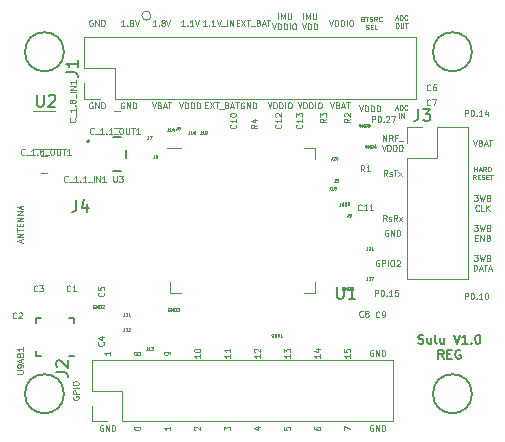
<source format=gto>
G04 #@! TF.GenerationSoftware,KiCad,Pcbnew,(5.1.6)-1*
G04 #@! TF.CreationDate,2021-09-11T05:13:55-07:00*
G04 #@! TF.ProjectId,scum3c-devboard,7363756d-3363-42d6-9465-76626f617264,rev?*
G04 #@! TF.SameCoordinates,Original*
G04 #@! TF.FileFunction,Legend,Top*
G04 #@! TF.FilePolarity,Positive*
%FSLAX46Y46*%
G04 Gerber Fmt 4.6, Leading zero omitted, Abs format (unit mm)*
G04 Created by KiCad (PCBNEW (5.1.6)-1) date 2021-09-11 05:13:55*
%MOMM*%
%LPD*%
G01*
G04 APERTURE LIST*
%ADD10C,0.100000*%
%ADD11C,0.080000*%
%ADD12C,0.150000*%
%ADD13C,0.127000*%
%ADD14C,0.200000*%
%ADD15C,0.120000*%
%ADD16C,0.101600*%
%ADD17C,0.050800*%
%ADD18C,0.125000*%
G04 APERTURE END LIST*
D10*
X93488000Y-52169190D02*
X93202285Y-52169190D01*
X93345142Y-52169190D02*
X93345142Y-51669190D01*
X93297523Y-51740619D01*
X93249904Y-51788238D01*
X93202285Y-51812047D01*
X93702285Y-52121571D02*
X93726095Y-52145380D01*
X93702285Y-52169190D01*
X93678476Y-52145380D01*
X93702285Y-52121571D01*
X93702285Y-52169190D01*
X94202285Y-52169190D02*
X93916571Y-52169190D01*
X94059428Y-52169190D02*
X94059428Y-51669190D01*
X94011809Y-51740619D01*
X93964190Y-51788238D01*
X93916571Y-51812047D01*
X94345142Y-51669190D02*
X94511809Y-52169190D01*
X94678476Y-51669190D01*
X94726095Y-52216809D02*
X95107047Y-52216809D01*
X95226095Y-52169190D02*
X95226095Y-51669190D01*
X95464190Y-52169190D02*
X95464190Y-51669190D01*
X95749904Y-52169190D01*
X95749904Y-51669190D01*
X93361047Y-58892285D02*
X93527714Y-58892285D01*
X93599142Y-59154190D02*
X93361047Y-59154190D01*
X93361047Y-58654190D01*
X93599142Y-58654190D01*
X93765809Y-58654190D02*
X94099142Y-59154190D01*
X94099142Y-58654190D02*
X93765809Y-59154190D01*
X94218190Y-58654190D02*
X94503904Y-58654190D01*
X94361047Y-59154190D02*
X94361047Y-58654190D01*
X94551523Y-59201809D02*
X94932476Y-59201809D01*
X95218190Y-58892285D02*
X95289619Y-58916095D01*
X95313428Y-58939904D01*
X95337238Y-58987523D01*
X95337238Y-59058952D01*
X95313428Y-59106571D01*
X95289619Y-59130380D01*
X95242000Y-59154190D01*
X95051523Y-59154190D01*
X95051523Y-58654190D01*
X95218190Y-58654190D01*
X95265809Y-58678000D01*
X95289619Y-58701809D01*
X95313428Y-58749428D01*
X95313428Y-58797047D01*
X95289619Y-58844666D01*
X95265809Y-58868476D01*
X95218190Y-58892285D01*
X95051523Y-58892285D01*
X95527714Y-59011333D02*
X95765809Y-59011333D01*
X95480095Y-59154190D02*
X95646761Y-58654190D01*
X95813428Y-59154190D01*
X95908666Y-58654190D02*
X96194380Y-58654190D01*
X96051523Y-59154190D02*
X96051523Y-58654190D01*
D11*
X109486761Y-59162666D02*
X109677238Y-59162666D01*
X109448666Y-59276952D02*
X109582000Y-58876952D01*
X109715333Y-59276952D01*
X109848666Y-59276952D02*
X109848666Y-58876952D01*
X109943904Y-58876952D01*
X110001047Y-58896000D01*
X110039142Y-58934095D01*
X110058190Y-58972190D01*
X110077238Y-59048380D01*
X110077238Y-59105523D01*
X110058190Y-59181714D01*
X110039142Y-59219809D01*
X110001047Y-59257904D01*
X109943904Y-59276952D01*
X109848666Y-59276952D01*
X110477238Y-59238857D02*
X110458190Y-59257904D01*
X110401047Y-59276952D01*
X110362952Y-59276952D01*
X110305809Y-59257904D01*
X110267714Y-59219809D01*
X110248666Y-59181714D01*
X110229619Y-59105523D01*
X110229619Y-59048380D01*
X110248666Y-58972190D01*
X110267714Y-58934095D01*
X110305809Y-58896000D01*
X110362952Y-58876952D01*
X110401047Y-58876952D01*
X110458190Y-58896000D01*
X110477238Y-58915047D01*
X109772476Y-59956952D02*
X109772476Y-59556952D01*
X109962952Y-59956952D02*
X109962952Y-59556952D01*
X110191523Y-59956952D01*
X110191523Y-59556952D01*
D10*
X96028047Y-51907285D02*
X96194714Y-51907285D01*
X96266142Y-52169190D02*
X96028047Y-52169190D01*
X96028047Y-51669190D01*
X96266142Y-51669190D01*
X96432809Y-51669190D02*
X96766142Y-52169190D01*
X96766142Y-51669190D02*
X96432809Y-52169190D01*
X96885190Y-51669190D02*
X97170904Y-51669190D01*
X97028047Y-52169190D02*
X97028047Y-51669190D01*
X97218523Y-52216809D02*
X97599476Y-52216809D01*
X97885190Y-51907285D02*
X97956619Y-51931095D01*
X97980428Y-51954904D01*
X98004238Y-52002523D01*
X98004238Y-52073952D01*
X97980428Y-52121571D01*
X97956619Y-52145380D01*
X97909000Y-52169190D01*
X97718523Y-52169190D01*
X97718523Y-51669190D01*
X97885190Y-51669190D01*
X97932809Y-51693000D01*
X97956619Y-51716809D01*
X97980428Y-51764428D01*
X97980428Y-51812047D01*
X97956619Y-51859666D01*
X97932809Y-51883476D01*
X97885190Y-51907285D01*
X97718523Y-51907285D01*
X98194714Y-52026333D02*
X98432809Y-52026333D01*
X98147095Y-52169190D02*
X98313761Y-51669190D01*
X98480428Y-52169190D01*
X98575666Y-51669190D02*
X98861380Y-51669190D01*
X98718523Y-52169190D02*
X98718523Y-51669190D01*
X106398333Y-58908190D02*
X106565000Y-59408190D01*
X106731666Y-58908190D01*
X106898333Y-59408190D02*
X106898333Y-58908190D01*
X107017380Y-58908190D01*
X107088809Y-58932000D01*
X107136428Y-58979619D01*
X107160238Y-59027238D01*
X107184047Y-59122476D01*
X107184047Y-59193904D01*
X107160238Y-59289142D01*
X107136428Y-59336761D01*
X107088809Y-59384380D01*
X107017380Y-59408190D01*
X106898333Y-59408190D01*
X107398333Y-59408190D02*
X107398333Y-58908190D01*
X107517380Y-58908190D01*
X107588809Y-58932000D01*
X107636428Y-58979619D01*
X107660238Y-59027238D01*
X107684047Y-59122476D01*
X107684047Y-59193904D01*
X107660238Y-59289142D01*
X107636428Y-59336761D01*
X107588809Y-59384380D01*
X107517380Y-59408190D01*
X107398333Y-59408190D01*
X107898333Y-59408190D02*
X107898333Y-58908190D01*
X108017380Y-58908190D01*
X108088809Y-58932000D01*
X108136428Y-58979619D01*
X108160238Y-59027238D01*
X108184047Y-59122476D01*
X108184047Y-59193904D01*
X108160238Y-59289142D01*
X108136428Y-59336761D01*
X108088809Y-59384380D01*
X108017380Y-59408190D01*
X107898333Y-59408190D01*
X96647047Y-58678000D02*
X96599428Y-58654190D01*
X96528000Y-58654190D01*
X96456571Y-58678000D01*
X96408952Y-58725619D01*
X96385142Y-58773238D01*
X96361333Y-58868476D01*
X96361333Y-58939904D01*
X96385142Y-59035142D01*
X96408952Y-59082761D01*
X96456571Y-59130380D01*
X96528000Y-59154190D01*
X96575619Y-59154190D01*
X96647047Y-59130380D01*
X96670857Y-59106571D01*
X96670857Y-58939904D01*
X96575619Y-58939904D01*
X96885142Y-59154190D02*
X96885142Y-58654190D01*
X97170857Y-59154190D01*
X97170857Y-58654190D01*
X97408952Y-59154190D02*
X97408952Y-58654190D01*
X97528000Y-58654190D01*
X97599428Y-58678000D01*
X97647047Y-58725619D01*
X97670857Y-58773238D01*
X97694666Y-58868476D01*
X97694666Y-58939904D01*
X97670857Y-59035142D01*
X97647047Y-59082761D01*
X97599428Y-59130380D01*
X97528000Y-59154190D01*
X97408952Y-59154190D01*
X86487047Y-58678000D02*
X86439428Y-58654190D01*
X86368000Y-58654190D01*
X86296571Y-58678000D01*
X86248952Y-58725619D01*
X86225142Y-58773238D01*
X86201333Y-58868476D01*
X86201333Y-58939904D01*
X86225142Y-59035142D01*
X86248952Y-59082761D01*
X86296571Y-59130380D01*
X86368000Y-59154190D01*
X86415619Y-59154190D01*
X86487047Y-59130380D01*
X86510857Y-59106571D01*
X86510857Y-58939904D01*
X86415619Y-58939904D01*
X86725142Y-59154190D02*
X86725142Y-58654190D01*
X87010857Y-59154190D01*
X87010857Y-58654190D01*
X87248952Y-59154190D02*
X87248952Y-58654190D01*
X87368000Y-58654190D01*
X87439428Y-58678000D01*
X87487047Y-58725619D01*
X87510857Y-58773238D01*
X87534666Y-58868476D01*
X87534666Y-58939904D01*
X87510857Y-59035142D01*
X87487047Y-59082761D01*
X87439428Y-59130380D01*
X87368000Y-59154190D01*
X87248952Y-59154190D01*
X103953571Y-58654190D02*
X104120238Y-59154190D01*
X104286904Y-58654190D01*
X104620238Y-58892285D02*
X104691666Y-58916095D01*
X104715476Y-58939904D01*
X104739285Y-58987523D01*
X104739285Y-59058952D01*
X104715476Y-59106571D01*
X104691666Y-59130380D01*
X104644047Y-59154190D01*
X104453571Y-59154190D01*
X104453571Y-58654190D01*
X104620238Y-58654190D01*
X104667857Y-58678000D01*
X104691666Y-58701809D01*
X104715476Y-58749428D01*
X104715476Y-58797047D01*
X104691666Y-58844666D01*
X104667857Y-58868476D01*
X104620238Y-58892285D01*
X104453571Y-58892285D01*
X104929761Y-59011333D02*
X105167857Y-59011333D01*
X104882142Y-59154190D02*
X105048809Y-58654190D01*
X105215476Y-59154190D01*
X105310714Y-58654190D02*
X105596428Y-58654190D01*
X105453571Y-59154190D02*
X105453571Y-58654190D01*
X89233428Y-52169190D02*
X88947714Y-52169190D01*
X89090571Y-52169190D02*
X89090571Y-51669190D01*
X89042952Y-51740619D01*
X88995333Y-51788238D01*
X88947714Y-51812047D01*
X89447714Y-52121571D02*
X89471523Y-52145380D01*
X89447714Y-52169190D01*
X89423904Y-52145380D01*
X89447714Y-52121571D01*
X89447714Y-52169190D01*
X89757238Y-51883476D02*
X89709619Y-51859666D01*
X89685809Y-51835857D01*
X89662000Y-51788238D01*
X89662000Y-51764428D01*
X89685809Y-51716809D01*
X89709619Y-51693000D01*
X89757238Y-51669190D01*
X89852476Y-51669190D01*
X89900095Y-51693000D01*
X89923904Y-51716809D01*
X89947714Y-51764428D01*
X89947714Y-51788238D01*
X89923904Y-51835857D01*
X89900095Y-51859666D01*
X89852476Y-51883476D01*
X89757238Y-51883476D01*
X89709619Y-51907285D01*
X89685809Y-51931095D01*
X89662000Y-51978714D01*
X89662000Y-52073952D01*
X89685809Y-52121571D01*
X89709619Y-52145380D01*
X89757238Y-52169190D01*
X89852476Y-52169190D01*
X89900095Y-52145380D01*
X89923904Y-52121571D01*
X89947714Y-52073952D01*
X89947714Y-51978714D01*
X89923904Y-51931095D01*
X89900095Y-51907285D01*
X89852476Y-51883476D01*
X90090571Y-51669190D02*
X90257238Y-52169190D01*
X90423904Y-51669190D01*
X86566428Y-52169190D02*
X86280714Y-52169190D01*
X86423571Y-52169190D02*
X86423571Y-51669190D01*
X86375952Y-51740619D01*
X86328333Y-51788238D01*
X86280714Y-51812047D01*
X86780714Y-52121571D02*
X86804523Y-52145380D01*
X86780714Y-52169190D01*
X86756904Y-52145380D01*
X86780714Y-52121571D01*
X86780714Y-52169190D01*
X87090238Y-51883476D02*
X87042619Y-51859666D01*
X87018809Y-51835857D01*
X86995000Y-51788238D01*
X86995000Y-51764428D01*
X87018809Y-51716809D01*
X87042619Y-51693000D01*
X87090238Y-51669190D01*
X87185476Y-51669190D01*
X87233095Y-51693000D01*
X87256904Y-51716809D01*
X87280714Y-51764428D01*
X87280714Y-51788238D01*
X87256904Y-51835857D01*
X87233095Y-51859666D01*
X87185476Y-51883476D01*
X87090238Y-51883476D01*
X87042619Y-51907285D01*
X87018809Y-51931095D01*
X86995000Y-51978714D01*
X86995000Y-52073952D01*
X87018809Y-52121571D01*
X87042619Y-52145380D01*
X87090238Y-52169190D01*
X87185476Y-52169190D01*
X87233095Y-52145380D01*
X87256904Y-52121571D01*
X87280714Y-52073952D01*
X87280714Y-51978714D01*
X87256904Y-51931095D01*
X87233095Y-51907285D01*
X87185476Y-51883476D01*
X87423571Y-51669190D02*
X87590238Y-52169190D01*
X87756904Y-51669190D01*
X91646428Y-52169190D02*
X91360714Y-52169190D01*
X91503571Y-52169190D02*
X91503571Y-51669190D01*
X91455952Y-51740619D01*
X91408333Y-51788238D01*
X91360714Y-51812047D01*
X91860714Y-52121571D02*
X91884523Y-52145380D01*
X91860714Y-52169190D01*
X91836904Y-52145380D01*
X91860714Y-52121571D01*
X91860714Y-52169190D01*
X92360714Y-52169190D02*
X92075000Y-52169190D01*
X92217857Y-52169190D02*
X92217857Y-51669190D01*
X92170238Y-51740619D01*
X92122619Y-51788238D01*
X92075000Y-51812047D01*
X92503571Y-51669190D02*
X92670238Y-52169190D01*
X92836904Y-51669190D01*
X107747714Y-75029190D02*
X107747714Y-74529190D01*
X107938190Y-74529190D01*
X107985809Y-74553000D01*
X108009619Y-74576809D01*
X108033428Y-74624428D01*
X108033428Y-74695857D01*
X108009619Y-74743476D01*
X107985809Y-74767285D01*
X107938190Y-74791095D01*
X107747714Y-74791095D01*
X108342952Y-74529190D02*
X108390571Y-74529190D01*
X108438190Y-74553000D01*
X108462000Y-74576809D01*
X108485809Y-74624428D01*
X108509619Y-74719666D01*
X108509619Y-74838714D01*
X108485809Y-74933952D01*
X108462000Y-74981571D01*
X108438190Y-75005380D01*
X108390571Y-75029190D01*
X108342952Y-75029190D01*
X108295333Y-75005380D01*
X108271523Y-74981571D01*
X108247714Y-74933952D01*
X108223904Y-74838714D01*
X108223904Y-74719666D01*
X108247714Y-74624428D01*
X108271523Y-74576809D01*
X108295333Y-74553000D01*
X108342952Y-74529190D01*
X108723904Y-74981571D02*
X108747714Y-75005380D01*
X108723904Y-75029190D01*
X108700095Y-75005380D01*
X108723904Y-74981571D01*
X108723904Y-75029190D01*
X109223904Y-75029190D02*
X108938190Y-75029190D01*
X109081047Y-75029190D02*
X109081047Y-74529190D01*
X109033428Y-74600619D01*
X108985809Y-74648238D01*
X108938190Y-74672047D01*
X109676285Y-74529190D02*
X109438190Y-74529190D01*
X109414380Y-74767285D01*
X109438190Y-74743476D01*
X109485809Y-74719666D01*
X109604857Y-74719666D01*
X109652476Y-74743476D01*
X109676285Y-74767285D01*
X109700095Y-74814904D01*
X109700095Y-74933952D01*
X109676285Y-74981571D01*
X109652476Y-75005380D01*
X109604857Y-75029190D01*
X109485809Y-75029190D01*
X109438190Y-75005380D01*
X109414380Y-74981571D01*
X115367714Y-75283190D02*
X115367714Y-74783190D01*
X115558190Y-74783190D01*
X115605809Y-74807000D01*
X115629619Y-74830809D01*
X115653428Y-74878428D01*
X115653428Y-74949857D01*
X115629619Y-74997476D01*
X115605809Y-75021285D01*
X115558190Y-75045095D01*
X115367714Y-75045095D01*
X115962952Y-74783190D02*
X116010571Y-74783190D01*
X116058190Y-74807000D01*
X116082000Y-74830809D01*
X116105809Y-74878428D01*
X116129619Y-74973666D01*
X116129619Y-75092714D01*
X116105809Y-75187952D01*
X116082000Y-75235571D01*
X116058190Y-75259380D01*
X116010571Y-75283190D01*
X115962952Y-75283190D01*
X115915333Y-75259380D01*
X115891523Y-75235571D01*
X115867714Y-75187952D01*
X115843904Y-75092714D01*
X115843904Y-74973666D01*
X115867714Y-74878428D01*
X115891523Y-74830809D01*
X115915333Y-74807000D01*
X115962952Y-74783190D01*
X116343904Y-75235571D02*
X116367714Y-75259380D01*
X116343904Y-75283190D01*
X116320095Y-75259380D01*
X116343904Y-75235571D01*
X116343904Y-75283190D01*
X116843904Y-75283190D02*
X116558190Y-75283190D01*
X116701047Y-75283190D02*
X116701047Y-74783190D01*
X116653428Y-74854619D01*
X116605809Y-74902238D01*
X116558190Y-74926047D01*
X117153428Y-74783190D02*
X117201047Y-74783190D01*
X117248666Y-74807000D01*
X117272476Y-74830809D01*
X117296285Y-74878428D01*
X117320095Y-74973666D01*
X117320095Y-75092714D01*
X117296285Y-75187952D01*
X117272476Y-75235571D01*
X117248666Y-75259380D01*
X117201047Y-75283190D01*
X117153428Y-75283190D01*
X117105809Y-75259380D01*
X117082000Y-75235571D01*
X117058190Y-75187952D01*
X117034380Y-75092714D01*
X117034380Y-74973666D01*
X117058190Y-74878428D01*
X117082000Y-74830809D01*
X117105809Y-74807000D01*
X117153428Y-74783190D01*
X115367714Y-59789190D02*
X115367714Y-59289190D01*
X115558190Y-59289190D01*
X115605809Y-59313000D01*
X115629619Y-59336809D01*
X115653428Y-59384428D01*
X115653428Y-59455857D01*
X115629619Y-59503476D01*
X115605809Y-59527285D01*
X115558190Y-59551095D01*
X115367714Y-59551095D01*
X115962952Y-59289190D02*
X116010571Y-59289190D01*
X116058190Y-59313000D01*
X116082000Y-59336809D01*
X116105809Y-59384428D01*
X116129619Y-59479666D01*
X116129619Y-59598714D01*
X116105809Y-59693952D01*
X116082000Y-59741571D01*
X116058190Y-59765380D01*
X116010571Y-59789190D01*
X115962952Y-59789190D01*
X115915333Y-59765380D01*
X115891523Y-59741571D01*
X115867714Y-59693952D01*
X115843904Y-59598714D01*
X115843904Y-59479666D01*
X115867714Y-59384428D01*
X115891523Y-59336809D01*
X115915333Y-59313000D01*
X115962952Y-59289190D01*
X116343904Y-59741571D02*
X116367714Y-59765380D01*
X116343904Y-59789190D01*
X116320095Y-59765380D01*
X116343904Y-59741571D01*
X116343904Y-59789190D01*
X116843904Y-59789190D02*
X116558190Y-59789190D01*
X116701047Y-59789190D02*
X116701047Y-59289190D01*
X116653428Y-59360619D01*
X116605809Y-59408238D01*
X116558190Y-59432047D01*
X117272476Y-59455857D02*
X117272476Y-59789190D01*
X117153428Y-59265380D02*
X117034380Y-59622523D01*
X117343904Y-59622523D01*
X107493714Y-60297190D02*
X107493714Y-59797190D01*
X107684190Y-59797190D01*
X107731809Y-59821000D01*
X107755619Y-59844809D01*
X107779428Y-59892428D01*
X107779428Y-59963857D01*
X107755619Y-60011476D01*
X107731809Y-60035285D01*
X107684190Y-60059095D01*
X107493714Y-60059095D01*
X108088952Y-59797190D02*
X108136571Y-59797190D01*
X108184190Y-59821000D01*
X108208000Y-59844809D01*
X108231809Y-59892428D01*
X108255619Y-59987666D01*
X108255619Y-60106714D01*
X108231809Y-60201952D01*
X108208000Y-60249571D01*
X108184190Y-60273380D01*
X108136571Y-60297190D01*
X108088952Y-60297190D01*
X108041333Y-60273380D01*
X108017523Y-60249571D01*
X107993714Y-60201952D01*
X107969904Y-60106714D01*
X107969904Y-59987666D01*
X107993714Y-59892428D01*
X108017523Y-59844809D01*
X108041333Y-59821000D01*
X108088952Y-59797190D01*
X108469904Y-60249571D02*
X108493714Y-60273380D01*
X108469904Y-60297190D01*
X108446095Y-60273380D01*
X108469904Y-60249571D01*
X108469904Y-60297190D01*
X108684190Y-59844809D02*
X108708000Y-59821000D01*
X108755619Y-59797190D01*
X108874666Y-59797190D01*
X108922285Y-59821000D01*
X108946095Y-59844809D01*
X108969904Y-59892428D01*
X108969904Y-59940047D01*
X108946095Y-60011476D01*
X108660380Y-60297190D01*
X108969904Y-60297190D01*
X109136571Y-59797190D02*
X109469904Y-59797190D01*
X109255619Y-60297190D01*
X108100904Y-72013000D02*
X108053285Y-71989190D01*
X107981857Y-71989190D01*
X107910428Y-72013000D01*
X107862809Y-72060619D01*
X107839000Y-72108238D01*
X107815190Y-72203476D01*
X107815190Y-72274904D01*
X107839000Y-72370142D01*
X107862809Y-72417761D01*
X107910428Y-72465380D01*
X107981857Y-72489190D01*
X108029476Y-72489190D01*
X108100904Y-72465380D01*
X108124714Y-72441571D01*
X108124714Y-72274904D01*
X108029476Y-72274904D01*
X108339000Y-72489190D02*
X108339000Y-71989190D01*
X108529476Y-71989190D01*
X108577095Y-72013000D01*
X108600904Y-72036809D01*
X108624714Y-72084428D01*
X108624714Y-72155857D01*
X108600904Y-72203476D01*
X108577095Y-72227285D01*
X108529476Y-72251095D01*
X108339000Y-72251095D01*
X108839000Y-72489190D02*
X108839000Y-71989190D01*
X109172333Y-71989190D02*
X109267571Y-71989190D01*
X109315190Y-72013000D01*
X109362809Y-72060619D01*
X109386619Y-72155857D01*
X109386619Y-72322523D01*
X109362809Y-72417761D01*
X109315190Y-72465380D01*
X109267571Y-72489190D01*
X109172333Y-72489190D01*
X109124714Y-72465380D01*
X109077095Y-72417761D01*
X109053285Y-72322523D01*
X109053285Y-72155857D01*
X109077095Y-72060619D01*
X109124714Y-72013000D01*
X109172333Y-71989190D01*
X109577095Y-72036809D02*
X109600904Y-72013000D01*
X109648523Y-71989190D01*
X109767571Y-71989190D01*
X109815190Y-72013000D01*
X109839000Y-72036809D01*
X109862809Y-72084428D01*
X109862809Y-72132047D01*
X109839000Y-72203476D01*
X109553285Y-72489190D01*
X109862809Y-72489190D01*
X83820047Y-58678000D02*
X83772428Y-58654190D01*
X83701000Y-58654190D01*
X83629571Y-58678000D01*
X83581952Y-58725619D01*
X83558142Y-58773238D01*
X83534333Y-58868476D01*
X83534333Y-58939904D01*
X83558142Y-59035142D01*
X83581952Y-59082761D01*
X83629571Y-59130380D01*
X83701000Y-59154190D01*
X83748619Y-59154190D01*
X83820047Y-59130380D01*
X83843857Y-59106571D01*
X83843857Y-58939904D01*
X83748619Y-58939904D01*
X84058142Y-59154190D02*
X84058142Y-58654190D01*
X84343857Y-59154190D01*
X84343857Y-58654190D01*
X84581952Y-59154190D02*
X84581952Y-58654190D01*
X84701000Y-58654190D01*
X84772428Y-58678000D01*
X84820047Y-58725619D01*
X84843857Y-58773238D01*
X84867666Y-58868476D01*
X84867666Y-58939904D01*
X84843857Y-59035142D01*
X84820047Y-59082761D01*
X84772428Y-59130380D01*
X84701000Y-59154190D01*
X84581952Y-59154190D01*
X77807333Y-70496714D02*
X77807333Y-70258619D01*
X77950190Y-70544333D02*
X77450190Y-70377666D01*
X77950190Y-70211000D01*
X77950190Y-70044333D02*
X77450190Y-70044333D01*
X77950190Y-69758619D01*
X77450190Y-69758619D01*
X77450190Y-69591952D02*
X77450190Y-69306238D01*
X77950190Y-69449095D02*
X77450190Y-69449095D01*
X77688285Y-69139571D02*
X77688285Y-68972904D01*
X77950190Y-68901476D02*
X77950190Y-69139571D01*
X77450190Y-69139571D01*
X77450190Y-68901476D01*
X77950190Y-68687190D02*
X77450190Y-68687190D01*
X77950190Y-68401476D01*
X77450190Y-68401476D01*
X77950190Y-68163380D02*
X77450190Y-68163380D01*
X77950190Y-67877666D01*
X77450190Y-67877666D01*
X77807333Y-67663380D02*
X77807333Y-67425285D01*
X77950190Y-67711000D02*
X77450190Y-67544333D01*
X77950190Y-67377666D01*
X84709047Y-85983000D02*
X84661428Y-85959190D01*
X84590000Y-85959190D01*
X84518571Y-85983000D01*
X84470952Y-86030619D01*
X84447142Y-86078238D01*
X84423333Y-86173476D01*
X84423333Y-86244904D01*
X84447142Y-86340142D01*
X84470952Y-86387761D01*
X84518571Y-86435380D01*
X84590000Y-86459190D01*
X84637619Y-86459190D01*
X84709047Y-86435380D01*
X84732857Y-86411571D01*
X84732857Y-86244904D01*
X84637619Y-86244904D01*
X84947142Y-86459190D02*
X84947142Y-85959190D01*
X85232857Y-86459190D01*
X85232857Y-85959190D01*
X85470952Y-86459190D02*
X85470952Y-85959190D01*
X85590000Y-85959190D01*
X85661428Y-85983000D01*
X85709047Y-86030619D01*
X85732857Y-86078238D01*
X85756666Y-86173476D01*
X85756666Y-86244904D01*
X85732857Y-86340142D01*
X85709047Y-86387761D01*
X85661428Y-86435380D01*
X85590000Y-86459190D01*
X85470952Y-86459190D01*
X85316190Y-79740142D02*
X85316190Y-80025857D01*
X85316190Y-79883000D02*
X84816190Y-79883000D01*
X84887619Y-79930619D01*
X84935238Y-79978238D01*
X84959047Y-80025857D01*
D12*
X81407000Y-54356000D02*
G75*
G03*
X81407000Y-54356000I-1651000J0D01*
G01*
X81407000Y-83312000D02*
G75*
G03*
X81407000Y-83312000I-1651000J0D01*
G01*
X115951000Y-83312000D02*
G75*
G03*
X115951000Y-83312000I-1651000J0D01*
G01*
X115951000Y-54356000D02*
G75*
G03*
X115951000Y-54356000I-1651000J0D01*
G01*
D10*
X107569047Y-85983000D02*
X107521428Y-85959190D01*
X107450000Y-85959190D01*
X107378571Y-85983000D01*
X107330952Y-86030619D01*
X107307142Y-86078238D01*
X107283333Y-86173476D01*
X107283333Y-86244904D01*
X107307142Y-86340142D01*
X107330952Y-86387761D01*
X107378571Y-86435380D01*
X107450000Y-86459190D01*
X107497619Y-86459190D01*
X107569047Y-86435380D01*
X107592857Y-86411571D01*
X107592857Y-86244904D01*
X107497619Y-86244904D01*
X107807142Y-86459190D02*
X107807142Y-85959190D01*
X108092857Y-86459190D01*
X108092857Y-85959190D01*
X108330952Y-86459190D02*
X108330952Y-85959190D01*
X108450000Y-85959190D01*
X108521428Y-85983000D01*
X108569047Y-86030619D01*
X108592857Y-86078238D01*
X108616666Y-86173476D01*
X108616666Y-86244904D01*
X108592857Y-86340142D01*
X108569047Y-86387761D01*
X108521428Y-86435380D01*
X108450000Y-86459190D01*
X108330952Y-86459190D01*
X107569047Y-79633000D02*
X107521428Y-79609190D01*
X107450000Y-79609190D01*
X107378571Y-79633000D01*
X107330952Y-79680619D01*
X107307142Y-79728238D01*
X107283333Y-79823476D01*
X107283333Y-79894904D01*
X107307142Y-79990142D01*
X107330952Y-80037761D01*
X107378571Y-80085380D01*
X107450000Y-80109190D01*
X107497619Y-80109190D01*
X107569047Y-80085380D01*
X107592857Y-80061571D01*
X107592857Y-79894904D01*
X107497619Y-79894904D01*
X107807142Y-80109190D02*
X107807142Y-79609190D01*
X108092857Y-80109190D01*
X108092857Y-79609190D01*
X108330952Y-80109190D02*
X108330952Y-79609190D01*
X108450000Y-79609190D01*
X108521428Y-79633000D01*
X108569047Y-79680619D01*
X108592857Y-79728238D01*
X108616666Y-79823476D01*
X108616666Y-79894904D01*
X108592857Y-79990142D01*
X108569047Y-80037761D01*
X108521428Y-80085380D01*
X108450000Y-80109190D01*
X108330952Y-80109190D01*
D11*
X116154285Y-64483952D02*
X116154285Y-64083952D01*
X116154285Y-64274428D02*
X116382857Y-64274428D01*
X116382857Y-64483952D02*
X116382857Y-64083952D01*
X116554285Y-64369666D02*
X116744761Y-64369666D01*
X116516190Y-64483952D02*
X116649523Y-64083952D01*
X116782857Y-64483952D01*
X117144761Y-64483952D02*
X117011428Y-64293476D01*
X116916190Y-64483952D02*
X116916190Y-64083952D01*
X117068571Y-64083952D01*
X117106666Y-64103000D01*
X117125714Y-64122047D01*
X117144761Y-64160142D01*
X117144761Y-64217285D01*
X117125714Y-64255380D01*
X117106666Y-64274428D01*
X117068571Y-64293476D01*
X116916190Y-64293476D01*
X117316190Y-64483952D02*
X117316190Y-64083952D01*
X117411428Y-64083952D01*
X117468571Y-64103000D01*
X117506666Y-64141095D01*
X117525714Y-64179190D01*
X117544761Y-64255380D01*
X117544761Y-64312523D01*
X117525714Y-64388714D01*
X117506666Y-64426809D01*
X117468571Y-64464904D01*
X117411428Y-64483952D01*
X117316190Y-64483952D01*
X116259047Y-65163952D02*
X116125714Y-64973476D01*
X116030476Y-65163952D02*
X116030476Y-64763952D01*
X116182857Y-64763952D01*
X116220952Y-64783000D01*
X116240000Y-64802047D01*
X116259047Y-64840142D01*
X116259047Y-64897285D01*
X116240000Y-64935380D01*
X116220952Y-64954428D01*
X116182857Y-64973476D01*
X116030476Y-64973476D01*
X116430476Y-64954428D02*
X116563809Y-64954428D01*
X116620952Y-65163952D02*
X116430476Y-65163952D01*
X116430476Y-64763952D01*
X116620952Y-64763952D01*
X116773333Y-65144904D02*
X116830476Y-65163952D01*
X116925714Y-65163952D01*
X116963809Y-65144904D01*
X116982857Y-65125857D01*
X117001904Y-65087761D01*
X117001904Y-65049666D01*
X116982857Y-65011571D01*
X116963809Y-64992523D01*
X116925714Y-64973476D01*
X116849523Y-64954428D01*
X116811428Y-64935380D01*
X116792380Y-64916333D01*
X116773333Y-64878238D01*
X116773333Y-64840142D01*
X116792380Y-64802047D01*
X116811428Y-64783000D01*
X116849523Y-64763952D01*
X116944761Y-64763952D01*
X117001904Y-64783000D01*
X117173333Y-64954428D02*
X117306666Y-64954428D01*
X117363809Y-65163952D02*
X117173333Y-65163952D01*
X117173333Y-64763952D01*
X117363809Y-64763952D01*
X117478095Y-64763952D02*
X117706666Y-64763952D01*
X117592380Y-65163952D02*
X117592380Y-64763952D01*
D10*
X99528380Y-51617190D02*
X99528380Y-51117190D01*
X99766476Y-51617190D02*
X99766476Y-51117190D01*
X99933142Y-51474333D01*
X100099809Y-51117190D01*
X100099809Y-51617190D01*
X100337904Y-51117190D02*
X100337904Y-51521952D01*
X100361714Y-51569571D01*
X100385523Y-51593380D01*
X100433142Y-51617190D01*
X100528380Y-51617190D01*
X100576000Y-51593380D01*
X100599809Y-51569571D01*
X100623619Y-51521952D01*
X100623619Y-51117190D01*
X99028380Y-51967190D02*
X99195047Y-52467190D01*
X99361714Y-51967190D01*
X99528380Y-52467190D02*
X99528380Y-51967190D01*
X99647428Y-51967190D01*
X99718857Y-51991000D01*
X99766476Y-52038619D01*
X99790285Y-52086238D01*
X99814095Y-52181476D01*
X99814095Y-52252904D01*
X99790285Y-52348142D01*
X99766476Y-52395761D01*
X99718857Y-52443380D01*
X99647428Y-52467190D01*
X99528380Y-52467190D01*
X100028380Y-52467190D02*
X100028380Y-51967190D01*
X100147428Y-51967190D01*
X100218857Y-51991000D01*
X100266476Y-52038619D01*
X100290285Y-52086238D01*
X100314095Y-52181476D01*
X100314095Y-52252904D01*
X100290285Y-52348142D01*
X100266476Y-52395761D01*
X100218857Y-52443380D01*
X100147428Y-52467190D01*
X100028380Y-52467190D01*
X100528380Y-52467190D02*
X100528380Y-51967190D01*
X100861714Y-51967190D02*
X100956952Y-51967190D01*
X101004571Y-51991000D01*
X101052190Y-52038619D01*
X101076000Y-52133857D01*
X101076000Y-52300523D01*
X101052190Y-52395761D01*
X101004571Y-52443380D01*
X100956952Y-52467190D01*
X100861714Y-52467190D01*
X100814095Y-52443380D01*
X100766476Y-52395761D01*
X100742666Y-52300523D01*
X100742666Y-52133857D01*
X100766476Y-52038619D01*
X100814095Y-51991000D01*
X100861714Y-51967190D01*
X101187380Y-58654190D02*
X101354047Y-59154190D01*
X101520714Y-58654190D01*
X101687380Y-59154190D02*
X101687380Y-58654190D01*
X101806428Y-58654190D01*
X101877857Y-58678000D01*
X101925476Y-58725619D01*
X101949285Y-58773238D01*
X101973095Y-58868476D01*
X101973095Y-58939904D01*
X101949285Y-59035142D01*
X101925476Y-59082761D01*
X101877857Y-59130380D01*
X101806428Y-59154190D01*
X101687380Y-59154190D01*
X102187380Y-59154190D02*
X102187380Y-58654190D01*
X102306428Y-58654190D01*
X102377857Y-58678000D01*
X102425476Y-58725619D01*
X102449285Y-58773238D01*
X102473095Y-58868476D01*
X102473095Y-58939904D01*
X102449285Y-59035142D01*
X102425476Y-59082761D01*
X102377857Y-59130380D01*
X102306428Y-59154190D01*
X102187380Y-59154190D01*
X102687380Y-59154190D02*
X102687380Y-58654190D01*
X103020714Y-58654190D02*
X103115952Y-58654190D01*
X103163571Y-58678000D01*
X103211190Y-58725619D01*
X103235000Y-58820857D01*
X103235000Y-58987523D01*
X103211190Y-59082761D01*
X103163571Y-59130380D01*
X103115952Y-59154190D01*
X103020714Y-59154190D01*
X102973095Y-59130380D01*
X102925476Y-59082761D01*
X102901666Y-58987523D01*
X102901666Y-58820857D01*
X102925476Y-58725619D01*
X102973095Y-58678000D01*
X103020714Y-58654190D01*
X103854380Y-51669190D02*
X104021047Y-52169190D01*
X104187714Y-51669190D01*
X104354380Y-52169190D02*
X104354380Y-51669190D01*
X104473428Y-51669190D01*
X104544857Y-51693000D01*
X104592476Y-51740619D01*
X104616285Y-51788238D01*
X104640095Y-51883476D01*
X104640095Y-51954904D01*
X104616285Y-52050142D01*
X104592476Y-52097761D01*
X104544857Y-52145380D01*
X104473428Y-52169190D01*
X104354380Y-52169190D01*
X104854380Y-52169190D02*
X104854380Y-51669190D01*
X104973428Y-51669190D01*
X105044857Y-51693000D01*
X105092476Y-51740619D01*
X105116285Y-51788238D01*
X105140095Y-51883476D01*
X105140095Y-51954904D01*
X105116285Y-52050142D01*
X105092476Y-52097761D01*
X105044857Y-52145380D01*
X104973428Y-52169190D01*
X104854380Y-52169190D01*
X105354380Y-52169190D02*
X105354380Y-51669190D01*
X105687714Y-51669190D02*
X105782952Y-51669190D01*
X105830571Y-51693000D01*
X105878190Y-51740619D01*
X105902000Y-51835857D01*
X105902000Y-52002523D01*
X105878190Y-52097761D01*
X105830571Y-52145380D01*
X105782952Y-52169190D01*
X105687714Y-52169190D01*
X105640095Y-52145380D01*
X105592476Y-52097761D01*
X105568666Y-52002523D01*
X105568666Y-51835857D01*
X105592476Y-51740619D01*
X105640095Y-51693000D01*
X105687714Y-51669190D01*
X108422380Y-61904190D02*
X108422380Y-61404190D01*
X108708095Y-61904190D01*
X108708095Y-61404190D01*
X109231904Y-61904190D02*
X109065238Y-61666095D01*
X108946190Y-61904190D02*
X108946190Y-61404190D01*
X109136666Y-61404190D01*
X109184285Y-61428000D01*
X109208095Y-61451809D01*
X109231904Y-61499428D01*
X109231904Y-61570857D01*
X109208095Y-61618476D01*
X109184285Y-61642285D01*
X109136666Y-61666095D01*
X108946190Y-61666095D01*
X109612857Y-61642285D02*
X109446190Y-61642285D01*
X109446190Y-61904190D02*
X109446190Y-61404190D01*
X109684285Y-61404190D01*
X109755714Y-61951809D02*
X110136666Y-61951809D01*
X108303333Y-62254190D02*
X108470000Y-62754190D01*
X108636666Y-62254190D01*
X108803333Y-62754190D02*
X108803333Y-62254190D01*
X108922380Y-62254190D01*
X108993809Y-62278000D01*
X109041428Y-62325619D01*
X109065238Y-62373238D01*
X109089047Y-62468476D01*
X109089047Y-62539904D01*
X109065238Y-62635142D01*
X109041428Y-62682761D01*
X108993809Y-62730380D01*
X108922380Y-62754190D01*
X108803333Y-62754190D01*
X109303333Y-62754190D02*
X109303333Y-62254190D01*
X109422380Y-62254190D01*
X109493809Y-62278000D01*
X109541428Y-62325619D01*
X109565238Y-62373238D01*
X109589047Y-62468476D01*
X109589047Y-62539904D01*
X109565238Y-62635142D01*
X109541428Y-62682761D01*
X109493809Y-62730380D01*
X109422380Y-62754190D01*
X109303333Y-62754190D01*
X109803333Y-62754190D02*
X109803333Y-62254190D01*
X109922380Y-62254190D01*
X109993809Y-62278000D01*
X110041428Y-62325619D01*
X110065238Y-62373238D01*
X110089047Y-62468476D01*
X110089047Y-62539904D01*
X110065238Y-62635142D01*
X110041428Y-62682761D01*
X109993809Y-62730380D01*
X109922380Y-62754190D01*
X109803333Y-62754190D01*
X95476190Y-79978238D02*
X95476190Y-80263952D01*
X95476190Y-80121095D02*
X94976190Y-80121095D01*
X95047619Y-80168714D01*
X95095238Y-80216333D01*
X95119047Y-80263952D01*
X95476190Y-79502047D02*
X95476190Y-79787761D01*
X95476190Y-79644904D02*
X94976190Y-79644904D01*
X95047619Y-79692523D01*
X95095238Y-79740142D01*
X95119047Y-79787761D01*
D11*
X106727714Y-51574428D02*
X106784857Y-51593476D01*
X106803904Y-51612523D01*
X106822952Y-51650619D01*
X106822952Y-51707761D01*
X106803904Y-51745857D01*
X106784857Y-51764904D01*
X106746761Y-51783952D01*
X106594380Y-51783952D01*
X106594380Y-51383952D01*
X106727714Y-51383952D01*
X106765809Y-51403000D01*
X106784857Y-51422047D01*
X106803904Y-51460142D01*
X106803904Y-51498238D01*
X106784857Y-51536333D01*
X106765809Y-51555380D01*
X106727714Y-51574428D01*
X106594380Y-51574428D01*
X106937238Y-51383952D02*
X107165809Y-51383952D01*
X107051523Y-51783952D02*
X107051523Y-51383952D01*
X107280095Y-51764904D02*
X107337238Y-51783952D01*
X107432476Y-51783952D01*
X107470571Y-51764904D01*
X107489619Y-51745857D01*
X107508666Y-51707761D01*
X107508666Y-51669666D01*
X107489619Y-51631571D01*
X107470571Y-51612523D01*
X107432476Y-51593476D01*
X107356285Y-51574428D01*
X107318190Y-51555380D01*
X107299142Y-51536333D01*
X107280095Y-51498238D01*
X107280095Y-51460142D01*
X107299142Y-51422047D01*
X107318190Y-51403000D01*
X107356285Y-51383952D01*
X107451523Y-51383952D01*
X107508666Y-51403000D01*
X107908666Y-51783952D02*
X107775333Y-51593476D01*
X107680095Y-51783952D02*
X107680095Y-51383952D01*
X107832476Y-51383952D01*
X107870571Y-51403000D01*
X107889619Y-51422047D01*
X107908666Y-51460142D01*
X107908666Y-51517285D01*
X107889619Y-51555380D01*
X107870571Y-51574428D01*
X107832476Y-51593476D01*
X107680095Y-51593476D01*
X108308666Y-51745857D02*
X108289619Y-51764904D01*
X108232476Y-51783952D01*
X108194380Y-51783952D01*
X108137238Y-51764904D01*
X108099142Y-51726809D01*
X108080095Y-51688714D01*
X108061047Y-51612523D01*
X108061047Y-51555380D01*
X108080095Y-51479190D01*
X108099142Y-51441095D01*
X108137238Y-51403000D01*
X108194380Y-51383952D01*
X108232476Y-51383952D01*
X108289619Y-51403000D01*
X108308666Y-51422047D01*
X106984857Y-52444904D02*
X107042000Y-52463952D01*
X107137238Y-52463952D01*
X107175333Y-52444904D01*
X107194380Y-52425857D01*
X107213428Y-52387761D01*
X107213428Y-52349666D01*
X107194380Y-52311571D01*
X107175333Y-52292523D01*
X107137238Y-52273476D01*
X107061047Y-52254428D01*
X107022952Y-52235380D01*
X107003904Y-52216333D01*
X106984857Y-52178238D01*
X106984857Y-52140142D01*
X107003904Y-52102047D01*
X107022952Y-52083000D01*
X107061047Y-52063952D01*
X107156285Y-52063952D01*
X107213428Y-52083000D01*
X107384857Y-52254428D02*
X107518190Y-52254428D01*
X107575333Y-52463952D02*
X107384857Y-52463952D01*
X107384857Y-52063952D01*
X107575333Y-52063952D01*
X107937238Y-52463952D02*
X107746761Y-52463952D01*
X107746761Y-52063952D01*
D10*
X82173000Y-83558000D02*
X82149190Y-83605619D01*
X82149190Y-83677047D01*
X82173000Y-83748476D01*
X82220619Y-83796095D01*
X82268238Y-83819904D01*
X82363476Y-83843714D01*
X82434904Y-83843714D01*
X82530142Y-83819904D01*
X82577761Y-83796095D01*
X82625380Y-83748476D01*
X82649190Y-83677047D01*
X82649190Y-83629428D01*
X82625380Y-83558000D01*
X82601571Y-83534190D01*
X82434904Y-83534190D01*
X82434904Y-83629428D01*
X82649190Y-83319904D02*
X82149190Y-83319904D01*
X82149190Y-83129428D01*
X82173000Y-83081809D01*
X82196809Y-83058000D01*
X82244428Y-83034190D01*
X82315857Y-83034190D01*
X82363476Y-83058000D01*
X82387285Y-83081809D01*
X82411095Y-83129428D01*
X82411095Y-83319904D01*
X82649190Y-82819904D02*
X82149190Y-82819904D01*
X82149190Y-82486571D02*
X82149190Y-82391333D01*
X82173000Y-82343714D01*
X82220619Y-82296095D01*
X82315857Y-82272285D01*
X82482523Y-82272285D01*
X82577761Y-82296095D01*
X82625380Y-82343714D01*
X82649190Y-82391333D01*
X82649190Y-82486571D01*
X82625380Y-82534190D01*
X82577761Y-82581809D01*
X82482523Y-82605619D01*
X82315857Y-82605619D01*
X82220619Y-82581809D01*
X82173000Y-82534190D01*
X82149190Y-82486571D01*
D13*
X111415285Y-79048428D02*
X111524142Y-79084714D01*
X111705571Y-79084714D01*
X111778142Y-79048428D01*
X111814428Y-79012142D01*
X111850714Y-78939571D01*
X111850714Y-78867000D01*
X111814428Y-78794428D01*
X111778142Y-78758142D01*
X111705571Y-78721857D01*
X111560428Y-78685571D01*
X111487857Y-78649285D01*
X111451571Y-78613000D01*
X111415285Y-78540428D01*
X111415285Y-78467857D01*
X111451571Y-78395285D01*
X111487857Y-78359000D01*
X111560428Y-78322714D01*
X111741857Y-78322714D01*
X111850714Y-78359000D01*
X112503857Y-78576714D02*
X112503857Y-79084714D01*
X112177285Y-78576714D02*
X112177285Y-78975857D01*
X112213571Y-79048428D01*
X112286142Y-79084714D01*
X112395000Y-79084714D01*
X112467571Y-79048428D01*
X112503857Y-79012142D01*
X112975571Y-79084714D02*
X112903000Y-79048428D01*
X112866714Y-78975857D01*
X112866714Y-78322714D01*
X113592428Y-78576714D02*
X113592428Y-79084714D01*
X113265857Y-78576714D02*
X113265857Y-78975857D01*
X113302142Y-79048428D01*
X113374714Y-79084714D01*
X113483571Y-79084714D01*
X113556142Y-79048428D01*
X113592428Y-79012142D01*
X114427000Y-78322714D02*
X114681000Y-79084714D01*
X114935000Y-78322714D01*
X115588142Y-79084714D02*
X115152714Y-79084714D01*
X115370428Y-79084714D02*
X115370428Y-78322714D01*
X115297857Y-78431571D01*
X115225285Y-78504142D01*
X115152714Y-78540428D01*
X115914714Y-79012142D02*
X115951000Y-79048428D01*
X115914714Y-79084714D01*
X115878428Y-79048428D01*
X115914714Y-79012142D01*
X115914714Y-79084714D01*
X116422714Y-78322714D02*
X116495285Y-78322714D01*
X116567857Y-78359000D01*
X116604142Y-78395285D01*
X116640428Y-78467857D01*
X116676714Y-78613000D01*
X116676714Y-78794428D01*
X116640428Y-78939571D01*
X116604142Y-79012142D01*
X116567857Y-79048428D01*
X116495285Y-79084714D01*
X116422714Y-79084714D01*
X116350142Y-79048428D01*
X116313857Y-79012142D01*
X116277571Y-78939571D01*
X116241285Y-78794428D01*
X116241285Y-78613000D01*
X116277571Y-78467857D01*
X116313857Y-78395285D01*
X116350142Y-78359000D01*
X116422714Y-78322714D01*
X113556142Y-80354714D02*
X113302142Y-79991857D01*
X113120714Y-80354714D02*
X113120714Y-79592714D01*
X113411000Y-79592714D01*
X113483571Y-79629000D01*
X113519857Y-79665285D01*
X113556142Y-79737857D01*
X113556142Y-79846714D01*
X113519857Y-79919285D01*
X113483571Y-79955571D01*
X113411000Y-79991857D01*
X113120714Y-79991857D01*
X113882714Y-79955571D02*
X114136714Y-79955571D01*
X114245571Y-80354714D02*
X113882714Y-80354714D01*
X113882714Y-79592714D01*
X114245571Y-79592714D01*
X114971285Y-79629000D02*
X114898714Y-79592714D01*
X114789857Y-79592714D01*
X114681000Y-79629000D01*
X114608428Y-79701571D01*
X114572142Y-79774142D01*
X114535857Y-79919285D01*
X114535857Y-80028142D01*
X114572142Y-80173285D01*
X114608428Y-80245857D01*
X114681000Y-80318428D01*
X114789857Y-80354714D01*
X114862428Y-80354714D01*
X114971285Y-80318428D01*
X115007571Y-80282142D01*
X115007571Y-80028142D01*
X114862428Y-80028142D01*
D10*
X108839047Y-69473000D02*
X108791428Y-69449190D01*
X108720000Y-69449190D01*
X108648571Y-69473000D01*
X108600952Y-69520619D01*
X108577142Y-69568238D01*
X108553333Y-69663476D01*
X108553333Y-69734904D01*
X108577142Y-69830142D01*
X108600952Y-69877761D01*
X108648571Y-69925380D01*
X108720000Y-69949190D01*
X108767619Y-69949190D01*
X108839047Y-69925380D01*
X108862857Y-69901571D01*
X108862857Y-69734904D01*
X108767619Y-69734904D01*
X109077142Y-69949190D02*
X109077142Y-69449190D01*
X109362857Y-69949190D01*
X109362857Y-69449190D01*
X109600952Y-69949190D02*
X109600952Y-69449190D01*
X109720000Y-69449190D01*
X109791428Y-69473000D01*
X109839047Y-69520619D01*
X109862857Y-69568238D01*
X109886666Y-69663476D01*
X109886666Y-69734904D01*
X109862857Y-69830142D01*
X109839047Y-69877761D01*
X109791428Y-69925380D01*
X109720000Y-69949190D01*
X109600952Y-69949190D01*
X83820047Y-51693000D02*
X83772428Y-51669190D01*
X83701000Y-51669190D01*
X83629571Y-51693000D01*
X83581952Y-51740619D01*
X83558142Y-51788238D01*
X83534333Y-51883476D01*
X83534333Y-51954904D01*
X83558142Y-52050142D01*
X83581952Y-52097761D01*
X83629571Y-52145380D01*
X83701000Y-52169190D01*
X83748619Y-52169190D01*
X83820047Y-52145380D01*
X83843857Y-52121571D01*
X83843857Y-51954904D01*
X83748619Y-51954904D01*
X84058142Y-52169190D02*
X84058142Y-51669190D01*
X84343857Y-52169190D01*
X84343857Y-51669190D01*
X84581952Y-52169190D02*
X84581952Y-51669190D01*
X84701000Y-51669190D01*
X84772428Y-51693000D01*
X84820047Y-51740619D01*
X84843857Y-51788238D01*
X84867666Y-51883476D01*
X84867666Y-51954904D01*
X84843857Y-52050142D01*
X84820047Y-52097761D01*
X84772428Y-52145380D01*
X84701000Y-52169190D01*
X84581952Y-52169190D01*
X88840571Y-58654190D02*
X89007238Y-59154190D01*
X89173904Y-58654190D01*
X89507238Y-58892285D02*
X89578666Y-58916095D01*
X89602476Y-58939904D01*
X89626285Y-58987523D01*
X89626285Y-59058952D01*
X89602476Y-59106571D01*
X89578666Y-59130380D01*
X89531047Y-59154190D01*
X89340571Y-59154190D01*
X89340571Y-58654190D01*
X89507238Y-58654190D01*
X89554857Y-58678000D01*
X89578666Y-58701809D01*
X89602476Y-58749428D01*
X89602476Y-58797047D01*
X89578666Y-58844666D01*
X89554857Y-58868476D01*
X89507238Y-58892285D01*
X89340571Y-58892285D01*
X89816761Y-59011333D02*
X90054857Y-59011333D01*
X89769142Y-59154190D02*
X89935809Y-58654190D01*
X90102476Y-59154190D01*
X90197714Y-58654190D02*
X90483428Y-58654190D01*
X90340571Y-59154190D02*
X90340571Y-58654190D01*
X98647380Y-58654190D02*
X98814047Y-59154190D01*
X98980714Y-58654190D01*
X99147380Y-59154190D02*
X99147380Y-58654190D01*
X99266428Y-58654190D01*
X99337857Y-58678000D01*
X99385476Y-58725619D01*
X99409285Y-58773238D01*
X99433095Y-58868476D01*
X99433095Y-58939904D01*
X99409285Y-59035142D01*
X99385476Y-59082761D01*
X99337857Y-59130380D01*
X99266428Y-59154190D01*
X99147380Y-59154190D01*
X99647380Y-59154190D02*
X99647380Y-58654190D01*
X99766428Y-58654190D01*
X99837857Y-58678000D01*
X99885476Y-58725619D01*
X99909285Y-58773238D01*
X99933095Y-58868476D01*
X99933095Y-58939904D01*
X99909285Y-59035142D01*
X99885476Y-59082761D01*
X99837857Y-59130380D01*
X99766428Y-59154190D01*
X99647380Y-59154190D01*
X100147380Y-59154190D02*
X100147380Y-58654190D01*
X100480714Y-58654190D02*
X100575952Y-58654190D01*
X100623571Y-58678000D01*
X100671190Y-58725619D01*
X100695000Y-58820857D01*
X100695000Y-58987523D01*
X100671190Y-59082761D01*
X100623571Y-59130380D01*
X100575952Y-59154190D01*
X100480714Y-59154190D01*
X100433095Y-59130380D01*
X100385476Y-59082761D01*
X100361666Y-58987523D01*
X100361666Y-58820857D01*
X100385476Y-58725619D01*
X100433095Y-58678000D01*
X100480714Y-58654190D01*
X101687380Y-51617190D02*
X101687380Y-51117190D01*
X101925476Y-51617190D02*
X101925476Y-51117190D01*
X102092142Y-51474333D01*
X102258809Y-51117190D01*
X102258809Y-51617190D01*
X102496904Y-51117190D02*
X102496904Y-51521952D01*
X102520714Y-51569571D01*
X102544523Y-51593380D01*
X102592142Y-51617190D01*
X102687380Y-51617190D01*
X102735000Y-51593380D01*
X102758809Y-51569571D01*
X102782619Y-51521952D01*
X102782619Y-51117190D01*
X101568333Y-51967190D02*
X101735000Y-52467190D01*
X101901666Y-51967190D01*
X102068333Y-52467190D02*
X102068333Y-51967190D01*
X102187380Y-51967190D01*
X102258809Y-51991000D01*
X102306428Y-52038619D01*
X102330238Y-52086238D01*
X102354047Y-52181476D01*
X102354047Y-52252904D01*
X102330238Y-52348142D01*
X102306428Y-52395761D01*
X102258809Y-52443380D01*
X102187380Y-52467190D01*
X102068333Y-52467190D01*
X102568333Y-52467190D02*
X102568333Y-51967190D01*
X102687380Y-51967190D01*
X102758809Y-51991000D01*
X102806428Y-52038619D01*
X102830238Y-52086238D01*
X102854047Y-52181476D01*
X102854047Y-52252904D01*
X102830238Y-52348142D01*
X102806428Y-52395761D01*
X102758809Y-52443380D01*
X102687380Y-52467190D01*
X102568333Y-52467190D01*
X105636190Y-79978238D02*
X105636190Y-80263952D01*
X105636190Y-80121095D02*
X105136190Y-80121095D01*
X105207619Y-80168714D01*
X105255238Y-80216333D01*
X105279047Y-80263952D01*
X105136190Y-79525857D02*
X105136190Y-79763952D01*
X105374285Y-79787761D01*
X105350476Y-79763952D01*
X105326666Y-79716333D01*
X105326666Y-79597285D01*
X105350476Y-79549666D01*
X105374285Y-79525857D01*
X105421904Y-79502047D01*
X105540952Y-79502047D01*
X105588571Y-79525857D01*
X105612380Y-79549666D01*
X105636190Y-79597285D01*
X105636190Y-79716333D01*
X105612380Y-79763952D01*
X105588571Y-79787761D01*
X103096190Y-79978238D02*
X103096190Y-80263952D01*
X103096190Y-80121095D02*
X102596190Y-80121095D01*
X102667619Y-80168714D01*
X102715238Y-80216333D01*
X102739047Y-80263952D01*
X102762857Y-79549666D02*
X103096190Y-79549666D01*
X102572380Y-79668714D02*
X102929523Y-79787761D01*
X102929523Y-79478238D01*
X100556190Y-79978238D02*
X100556190Y-80263952D01*
X100556190Y-80121095D02*
X100056190Y-80121095D01*
X100127619Y-80168714D01*
X100175238Y-80216333D01*
X100199047Y-80263952D01*
X100056190Y-79811571D02*
X100056190Y-79502047D01*
X100246666Y-79668714D01*
X100246666Y-79597285D01*
X100270476Y-79549666D01*
X100294285Y-79525857D01*
X100341904Y-79502047D01*
X100460952Y-79502047D01*
X100508571Y-79525857D01*
X100532380Y-79549666D01*
X100556190Y-79597285D01*
X100556190Y-79740142D01*
X100532380Y-79787761D01*
X100508571Y-79811571D01*
X98016190Y-79978238D02*
X98016190Y-80263952D01*
X98016190Y-80121095D02*
X97516190Y-80121095D01*
X97587619Y-80168714D01*
X97635238Y-80216333D01*
X97659047Y-80263952D01*
X97563809Y-79787761D02*
X97540000Y-79763952D01*
X97516190Y-79716333D01*
X97516190Y-79597285D01*
X97540000Y-79549666D01*
X97563809Y-79525857D01*
X97611428Y-79502047D01*
X97659047Y-79502047D01*
X97730476Y-79525857D01*
X98016190Y-79811571D01*
X98016190Y-79502047D01*
X108779523Y-64869190D02*
X108612857Y-64631095D01*
X108493809Y-64869190D02*
X108493809Y-64369190D01*
X108684285Y-64369190D01*
X108731904Y-64393000D01*
X108755714Y-64416809D01*
X108779523Y-64464428D01*
X108779523Y-64535857D01*
X108755714Y-64583476D01*
X108731904Y-64607285D01*
X108684285Y-64631095D01*
X108493809Y-64631095D01*
X108970000Y-64845380D02*
X109017619Y-64869190D01*
X109112857Y-64869190D01*
X109160476Y-64845380D01*
X109184285Y-64797761D01*
X109184285Y-64773952D01*
X109160476Y-64726333D01*
X109112857Y-64702523D01*
X109041428Y-64702523D01*
X108993809Y-64678714D01*
X108970000Y-64631095D01*
X108970000Y-64607285D01*
X108993809Y-64559666D01*
X109041428Y-64535857D01*
X109112857Y-64535857D01*
X109160476Y-64559666D01*
X109327142Y-64369190D02*
X109612857Y-64369190D01*
X109470000Y-64869190D02*
X109470000Y-64369190D01*
X109731904Y-64869190D02*
X109993809Y-64535857D01*
X109731904Y-64535857D02*
X109993809Y-64869190D01*
X108720000Y-68679190D02*
X108553333Y-68441095D01*
X108434285Y-68679190D02*
X108434285Y-68179190D01*
X108624761Y-68179190D01*
X108672380Y-68203000D01*
X108696190Y-68226809D01*
X108720000Y-68274428D01*
X108720000Y-68345857D01*
X108696190Y-68393476D01*
X108672380Y-68417285D01*
X108624761Y-68441095D01*
X108434285Y-68441095D01*
X108910476Y-68655380D02*
X108958095Y-68679190D01*
X109053333Y-68679190D01*
X109100952Y-68655380D01*
X109124761Y-68607761D01*
X109124761Y-68583952D01*
X109100952Y-68536333D01*
X109053333Y-68512523D01*
X108981904Y-68512523D01*
X108934285Y-68488714D01*
X108910476Y-68441095D01*
X108910476Y-68417285D01*
X108934285Y-68369666D01*
X108981904Y-68345857D01*
X109053333Y-68345857D01*
X109100952Y-68369666D01*
X109624761Y-68679190D02*
X109458095Y-68441095D01*
X109339047Y-68679190D02*
X109339047Y-68179190D01*
X109529523Y-68179190D01*
X109577142Y-68203000D01*
X109600952Y-68226809D01*
X109624761Y-68274428D01*
X109624761Y-68345857D01*
X109600952Y-68393476D01*
X109577142Y-68417285D01*
X109529523Y-68441095D01*
X109339047Y-68441095D01*
X109791428Y-68679190D02*
X110053333Y-68345857D01*
X109791428Y-68345857D02*
X110053333Y-68679190D01*
X116137619Y-66484190D02*
X116447142Y-66484190D01*
X116280476Y-66674666D01*
X116351904Y-66674666D01*
X116399523Y-66698476D01*
X116423333Y-66722285D01*
X116447142Y-66769904D01*
X116447142Y-66888952D01*
X116423333Y-66936571D01*
X116399523Y-66960380D01*
X116351904Y-66984190D01*
X116209047Y-66984190D01*
X116161428Y-66960380D01*
X116137619Y-66936571D01*
X116613809Y-66484190D02*
X116732857Y-66984190D01*
X116828095Y-66627047D01*
X116923333Y-66984190D01*
X117042380Y-66484190D01*
X117399523Y-66722285D02*
X117470952Y-66746095D01*
X117494761Y-66769904D01*
X117518571Y-66817523D01*
X117518571Y-66888952D01*
X117494761Y-66936571D01*
X117470952Y-66960380D01*
X117423333Y-66984190D01*
X117232857Y-66984190D01*
X117232857Y-66484190D01*
X117399523Y-66484190D01*
X117447142Y-66508000D01*
X117470952Y-66531809D01*
X117494761Y-66579428D01*
X117494761Y-66627047D01*
X117470952Y-66674666D01*
X117447142Y-66698476D01*
X117399523Y-66722285D01*
X117232857Y-66722285D01*
X116542380Y-67786571D02*
X116518571Y-67810380D01*
X116447142Y-67834190D01*
X116399523Y-67834190D01*
X116328095Y-67810380D01*
X116280476Y-67762761D01*
X116256666Y-67715142D01*
X116232857Y-67619904D01*
X116232857Y-67548476D01*
X116256666Y-67453238D01*
X116280476Y-67405619D01*
X116328095Y-67358000D01*
X116399523Y-67334190D01*
X116447142Y-67334190D01*
X116518571Y-67358000D01*
X116542380Y-67381809D01*
X116994761Y-67834190D02*
X116756666Y-67834190D01*
X116756666Y-67334190D01*
X117161428Y-67834190D02*
X117161428Y-67334190D01*
X117447142Y-67834190D02*
X117232857Y-67548476D01*
X117447142Y-67334190D02*
X117161428Y-67619904D01*
X116137619Y-69024190D02*
X116447142Y-69024190D01*
X116280476Y-69214666D01*
X116351904Y-69214666D01*
X116399523Y-69238476D01*
X116423333Y-69262285D01*
X116447142Y-69309904D01*
X116447142Y-69428952D01*
X116423333Y-69476571D01*
X116399523Y-69500380D01*
X116351904Y-69524190D01*
X116209047Y-69524190D01*
X116161428Y-69500380D01*
X116137619Y-69476571D01*
X116613809Y-69024190D02*
X116732857Y-69524190D01*
X116828095Y-69167047D01*
X116923333Y-69524190D01*
X117042380Y-69024190D01*
X117399523Y-69262285D02*
X117470952Y-69286095D01*
X117494761Y-69309904D01*
X117518571Y-69357523D01*
X117518571Y-69428952D01*
X117494761Y-69476571D01*
X117470952Y-69500380D01*
X117423333Y-69524190D01*
X117232857Y-69524190D01*
X117232857Y-69024190D01*
X117399523Y-69024190D01*
X117447142Y-69048000D01*
X117470952Y-69071809D01*
X117494761Y-69119428D01*
X117494761Y-69167047D01*
X117470952Y-69214666D01*
X117447142Y-69238476D01*
X117399523Y-69262285D01*
X117232857Y-69262285D01*
X116220952Y-70112285D02*
X116387619Y-70112285D01*
X116459047Y-70374190D02*
X116220952Y-70374190D01*
X116220952Y-69874190D01*
X116459047Y-69874190D01*
X116673333Y-70374190D02*
X116673333Y-69874190D01*
X116959047Y-70374190D01*
X116959047Y-69874190D01*
X117363809Y-70112285D02*
X117435238Y-70136095D01*
X117459047Y-70159904D01*
X117482857Y-70207523D01*
X117482857Y-70278952D01*
X117459047Y-70326571D01*
X117435238Y-70350380D01*
X117387619Y-70374190D01*
X117197142Y-70374190D01*
X117197142Y-69874190D01*
X117363809Y-69874190D01*
X117411428Y-69898000D01*
X117435238Y-69921809D01*
X117459047Y-69969428D01*
X117459047Y-70017047D01*
X117435238Y-70064666D01*
X117411428Y-70088476D01*
X117363809Y-70112285D01*
X117197142Y-70112285D01*
D11*
X116137619Y-71574190D02*
X116447142Y-71574190D01*
X116280476Y-71764666D01*
X116351904Y-71764666D01*
X116399523Y-71788476D01*
X116423333Y-71812285D01*
X116447142Y-71859904D01*
X116447142Y-71978952D01*
X116423333Y-72026571D01*
X116399523Y-72050380D01*
X116351904Y-72074190D01*
X116209047Y-72074190D01*
X116161428Y-72050380D01*
X116137619Y-72026571D01*
X116613809Y-71574190D02*
X116732857Y-72074190D01*
X116828095Y-71717047D01*
X116923333Y-72074190D01*
X117042380Y-71574190D01*
X117399523Y-71812285D02*
X117470952Y-71836095D01*
X117494761Y-71859904D01*
X117518571Y-71907523D01*
X117518571Y-71978952D01*
X117494761Y-72026571D01*
X117470952Y-72050380D01*
X117423333Y-72074190D01*
X117232857Y-72074190D01*
X117232857Y-71574190D01*
X117399523Y-71574190D01*
X117447142Y-71598000D01*
X117470952Y-71621809D01*
X117494761Y-71669428D01*
X117494761Y-71717047D01*
X117470952Y-71764666D01*
X117447142Y-71788476D01*
X117399523Y-71812285D01*
X117232857Y-71812285D01*
X116090000Y-72904190D02*
X116090000Y-72404190D01*
X116209047Y-72404190D01*
X116280476Y-72428000D01*
X116328095Y-72475619D01*
X116351904Y-72523238D01*
X116375714Y-72618476D01*
X116375714Y-72689904D01*
X116351904Y-72785142D01*
X116328095Y-72832761D01*
X116280476Y-72880380D01*
X116209047Y-72904190D01*
X116090000Y-72904190D01*
X116566190Y-72761333D02*
X116804285Y-72761333D01*
X116518571Y-72904190D02*
X116685238Y-72404190D01*
X116851904Y-72904190D01*
X116947142Y-72404190D02*
X117232857Y-72404190D01*
X117090000Y-72904190D02*
X117090000Y-72404190D01*
X117375714Y-72761333D02*
X117613809Y-72761333D01*
X117328095Y-72904190D02*
X117494761Y-72404190D01*
X117661428Y-72904190D01*
X109486761Y-51542666D02*
X109677238Y-51542666D01*
X109448666Y-51656952D02*
X109582000Y-51256952D01*
X109715333Y-51656952D01*
X109848666Y-51656952D02*
X109848666Y-51256952D01*
X109943904Y-51256952D01*
X110001047Y-51276000D01*
X110039142Y-51314095D01*
X110058190Y-51352190D01*
X110077238Y-51428380D01*
X110077238Y-51485523D01*
X110058190Y-51561714D01*
X110039142Y-51599809D01*
X110001047Y-51637904D01*
X109943904Y-51656952D01*
X109848666Y-51656952D01*
X110477238Y-51618857D02*
X110458190Y-51637904D01*
X110401047Y-51656952D01*
X110362952Y-51656952D01*
X110305809Y-51637904D01*
X110267714Y-51599809D01*
X110248666Y-51561714D01*
X110229619Y-51485523D01*
X110229619Y-51428380D01*
X110248666Y-51352190D01*
X110267714Y-51314095D01*
X110305809Y-51276000D01*
X110362952Y-51256952D01*
X110401047Y-51256952D01*
X110458190Y-51276000D01*
X110477238Y-51295047D01*
X109582000Y-51936952D02*
X109658190Y-51936952D01*
X109696285Y-51956000D01*
X109734380Y-51994095D01*
X109753428Y-52070285D01*
X109753428Y-52203619D01*
X109734380Y-52279809D01*
X109696285Y-52317904D01*
X109658190Y-52336952D01*
X109582000Y-52336952D01*
X109543904Y-52317904D01*
X109505809Y-52279809D01*
X109486761Y-52203619D01*
X109486761Y-52070285D01*
X109505809Y-51994095D01*
X109543904Y-51956000D01*
X109582000Y-51936952D01*
X109924857Y-51936952D02*
X109924857Y-52260761D01*
X109943904Y-52298857D01*
X109962952Y-52317904D01*
X110001047Y-52336952D01*
X110077238Y-52336952D01*
X110115333Y-52317904D01*
X110134380Y-52298857D01*
X110153428Y-52260761D01*
X110153428Y-51936952D01*
X110286761Y-51936952D02*
X110515333Y-51936952D01*
X110401047Y-52336952D02*
X110401047Y-51936952D01*
D10*
X91158333Y-58654190D02*
X91325000Y-59154190D01*
X91491666Y-58654190D01*
X91658333Y-59154190D02*
X91658333Y-58654190D01*
X91777380Y-58654190D01*
X91848809Y-58678000D01*
X91896428Y-58725619D01*
X91920238Y-58773238D01*
X91944047Y-58868476D01*
X91944047Y-58939904D01*
X91920238Y-59035142D01*
X91896428Y-59082761D01*
X91848809Y-59130380D01*
X91777380Y-59154190D01*
X91658333Y-59154190D01*
X92158333Y-59154190D02*
X92158333Y-58654190D01*
X92277380Y-58654190D01*
X92348809Y-58678000D01*
X92396428Y-58725619D01*
X92420238Y-58773238D01*
X92444047Y-58868476D01*
X92444047Y-58939904D01*
X92420238Y-59035142D01*
X92396428Y-59082761D01*
X92348809Y-59130380D01*
X92277380Y-59154190D01*
X92158333Y-59154190D01*
X92658333Y-59154190D02*
X92658333Y-58654190D01*
X92777380Y-58654190D01*
X92848809Y-58678000D01*
X92896428Y-58725619D01*
X92920238Y-58773238D01*
X92944047Y-58868476D01*
X92944047Y-58939904D01*
X92920238Y-59035142D01*
X92896428Y-59082761D01*
X92848809Y-59130380D01*
X92777380Y-59154190D01*
X92658333Y-59154190D01*
X116018571Y-61829190D02*
X116185238Y-62329190D01*
X116351904Y-61829190D01*
X116685238Y-62067285D02*
X116756666Y-62091095D01*
X116780476Y-62114904D01*
X116804285Y-62162523D01*
X116804285Y-62233952D01*
X116780476Y-62281571D01*
X116756666Y-62305380D01*
X116709047Y-62329190D01*
X116518571Y-62329190D01*
X116518571Y-61829190D01*
X116685238Y-61829190D01*
X116732857Y-61853000D01*
X116756666Y-61876809D01*
X116780476Y-61924428D01*
X116780476Y-61972047D01*
X116756666Y-62019666D01*
X116732857Y-62043476D01*
X116685238Y-62067285D01*
X116518571Y-62067285D01*
X116994761Y-62186333D02*
X117232857Y-62186333D01*
X116947142Y-62329190D02*
X117113809Y-61829190D01*
X117280476Y-62329190D01*
X117375714Y-61829190D02*
X117661428Y-61829190D01*
X117518571Y-62329190D02*
X117518571Y-61829190D01*
X92936190Y-79978238D02*
X92936190Y-80263952D01*
X92936190Y-80121095D02*
X92436190Y-80121095D01*
X92507619Y-80168714D01*
X92555238Y-80216333D01*
X92579047Y-80263952D01*
X92436190Y-79668714D02*
X92436190Y-79621095D01*
X92460000Y-79573476D01*
X92483809Y-79549666D01*
X92531428Y-79525857D01*
X92626666Y-79502047D01*
X92745714Y-79502047D01*
X92840952Y-79525857D01*
X92888571Y-79549666D01*
X92912380Y-79573476D01*
X92936190Y-79621095D01*
X92936190Y-79668714D01*
X92912380Y-79716333D01*
X92888571Y-79740142D01*
X92840952Y-79763952D01*
X92745714Y-79787761D01*
X92626666Y-79787761D01*
X92531428Y-79763952D01*
X92483809Y-79740142D01*
X92460000Y-79716333D01*
X92436190Y-79668714D01*
X90396190Y-79978238D02*
X90396190Y-79883000D01*
X90372380Y-79835380D01*
X90348571Y-79811571D01*
X90277142Y-79763952D01*
X90181904Y-79740142D01*
X89991428Y-79740142D01*
X89943809Y-79763952D01*
X89920000Y-79787761D01*
X89896190Y-79835380D01*
X89896190Y-79930619D01*
X89920000Y-79978238D01*
X89943809Y-80002047D01*
X89991428Y-80025857D01*
X90110476Y-80025857D01*
X90158095Y-80002047D01*
X90181904Y-79978238D01*
X90205714Y-79930619D01*
X90205714Y-79835380D01*
X90181904Y-79787761D01*
X90158095Y-79763952D01*
X90110476Y-79740142D01*
X87570476Y-79930619D02*
X87546666Y-79978238D01*
X87522857Y-80002047D01*
X87475238Y-80025857D01*
X87451428Y-80025857D01*
X87403809Y-80002047D01*
X87380000Y-79978238D01*
X87356190Y-79930619D01*
X87356190Y-79835380D01*
X87380000Y-79787761D01*
X87403809Y-79763952D01*
X87451428Y-79740142D01*
X87475238Y-79740142D01*
X87522857Y-79763952D01*
X87546666Y-79787761D01*
X87570476Y-79835380D01*
X87570476Y-79930619D01*
X87594285Y-79978238D01*
X87618095Y-80002047D01*
X87665714Y-80025857D01*
X87760952Y-80025857D01*
X87808571Y-80002047D01*
X87832380Y-79978238D01*
X87856190Y-79930619D01*
X87856190Y-79835380D01*
X87832380Y-79787761D01*
X87808571Y-79763952D01*
X87760952Y-79740142D01*
X87665714Y-79740142D01*
X87618095Y-79763952D01*
X87594285Y-79787761D01*
X87570476Y-79835380D01*
X105136190Y-86399666D02*
X105136190Y-86066333D01*
X105636190Y-86280619D01*
X102596190Y-86137761D02*
X102596190Y-86233000D01*
X102620000Y-86280619D01*
X102643809Y-86304428D01*
X102715238Y-86352047D01*
X102810476Y-86375857D01*
X103000952Y-86375857D01*
X103048571Y-86352047D01*
X103072380Y-86328238D01*
X103096190Y-86280619D01*
X103096190Y-86185380D01*
X103072380Y-86137761D01*
X103048571Y-86113952D01*
X103000952Y-86090142D01*
X102881904Y-86090142D01*
X102834285Y-86113952D01*
X102810476Y-86137761D01*
X102786666Y-86185380D01*
X102786666Y-86280619D01*
X102810476Y-86328238D01*
X102834285Y-86352047D01*
X102881904Y-86375857D01*
X100056190Y-86113952D02*
X100056190Y-86352047D01*
X100294285Y-86375857D01*
X100270476Y-86352047D01*
X100246666Y-86304428D01*
X100246666Y-86185380D01*
X100270476Y-86137761D01*
X100294285Y-86113952D01*
X100341904Y-86090142D01*
X100460952Y-86090142D01*
X100508571Y-86113952D01*
X100532380Y-86137761D01*
X100556190Y-86185380D01*
X100556190Y-86304428D01*
X100532380Y-86352047D01*
X100508571Y-86375857D01*
X97682857Y-86137761D02*
X98016190Y-86137761D01*
X97492380Y-86256809D02*
X97849523Y-86375857D01*
X97849523Y-86066333D01*
X94976190Y-86399666D02*
X94976190Y-86090142D01*
X95166666Y-86256809D01*
X95166666Y-86185380D01*
X95190476Y-86137761D01*
X95214285Y-86113952D01*
X95261904Y-86090142D01*
X95380952Y-86090142D01*
X95428571Y-86113952D01*
X95452380Y-86137761D01*
X95476190Y-86185380D01*
X95476190Y-86328238D01*
X95452380Y-86375857D01*
X95428571Y-86399666D01*
X92483809Y-86375857D02*
X92460000Y-86352047D01*
X92436190Y-86304428D01*
X92436190Y-86185380D01*
X92460000Y-86137761D01*
X92483809Y-86113952D01*
X92531428Y-86090142D01*
X92579047Y-86090142D01*
X92650476Y-86113952D01*
X92936190Y-86399666D01*
X92936190Y-86090142D01*
X90396190Y-86090142D02*
X90396190Y-86375857D01*
X90396190Y-86233000D02*
X89896190Y-86233000D01*
X89967619Y-86280619D01*
X90015238Y-86328238D01*
X90039047Y-86375857D01*
X87356190Y-86256809D02*
X87356190Y-86209190D01*
X87380000Y-86161571D01*
X87403809Y-86137761D01*
X87451428Y-86113952D01*
X87546666Y-86090142D01*
X87665714Y-86090142D01*
X87760952Y-86113952D01*
X87808571Y-86137761D01*
X87832380Y-86161571D01*
X87856190Y-86209190D01*
X87856190Y-86256809D01*
X87832380Y-86304428D01*
X87808571Y-86328238D01*
X87760952Y-86352047D01*
X87665714Y-86375857D01*
X87546666Y-86375857D01*
X87451428Y-86352047D01*
X87403809Y-86328238D01*
X87380000Y-86304428D01*
X87356190Y-86256809D01*
D13*
G04 #@! TO.C,U3*
X86210001Y-64442000D02*
X85550001Y-64442000D01*
X86680001Y-62657000D02*
X86680001Y-63327000D01*
X85550001Y-61542000D02*
X86210001Y-61542000D01*
D14*
X83570001Y-61942000D02*
G75*
G03*
X83570001Y-61942000I-100000J0D01*
G01*
D15*
G04 #@! TO.C,U2*
X78827999Y-62621001D02*
X81277999Y-62621001D01*
X80627999Y-59401001D02*
X78827999Y-59401001D01*
G04 #@! TO.C,B1*
X88773000Y-51308000D02*
G75*
G03*
X88773000Y-51308000I-381000J0D01*
G01*
G04 #@! TO.C,J1*
X111185000Y-58353000D02*
X111185000Y-53153000D01*
X85725000Y-58353000D02*
X111185000Y-58353000D01*
X83125000Y-53153000D02*
X111185000Y-53153000D01*
X85725000Y-58353000D02*
X85725000Y-55753000D01*
X85725000Y-55753000D02*
X83125000Y-55753000D01*
X83125000Y-55753000D02*
X83125000Y-53153000D01*
X84455000Y-58353000D02*
X83125000Y-58353000D01*
X83125000Y-58353000D02*
X83125000Y-57023000D01*
G04 #@! TO.C,C_1.8_OUT1*
X79991578Y-64591000D02*
X79474422Y-64591000D01*
X79991578Y-63171000D02*
X79474422Y-63171000D01*
G04 #@! TO.C,C_1.1_OUT1*
X85641922Y-59361000D02*
X86159078Y-59361000D01*
X85641922Y-60781000D02*
X86159078Y-60781000D01*
G04 #@! TO.C,J3*
X110430000Y-60773000D02*
X111760000Y-60773000D01*
X110430000Y-62103000D02*
X110430000Y-60773000D01*
X113030000Y-60773000D02*
X115630000Y-60773000D01*
X113030000Y-63373000D02*
X113030000Y-60773000D01*
X110430000Y-63373000D02*
X113030000Y-63373000D01*
X115630000Y-60773000D02*
X115630000Y-73593000D01*
X110430000Y-63373000D02*
X110430000Y-73593000D01*
X110430000Y-73593000D02*
X115630000Y-73593000D01*
G04 #@! TO.C,J2*
X83760000Y-85658000D02*
X83760000Y-84328000D01*
X85090000Y-85658000D02*
X83760000Y-85658000D01*
X83760000Y-83058000D02*
X83760000Y-80458000D01*
X86360000Y-83058000D02*
X83760000Y-83058000D01*
X86360000Y-85658000D02*
X86360000Y-83058000D01*
X83760000Y-80458000D02*
X109280000Y-80458000D01*
X86360000Y-85658000D02*
X109280000Y-85658000D01*
X109280000Y-85658000D02*
X109280000Y-80458000D01*
G04 #@! TO.C,U1*
X101720000Y-62488000D02*
X102670000Y-62488000D01*
X102670000Y-62488000D02*
X102670000Y-63438000D01*
X101720000Y-74788000D02*
X102670000Y-74788000D01*
X102670000Y-74788000D02*
X102670000Y-73838000D01*
X91320000Y-74788000D02*
X90370000Y-74788000D01*
X90370000Y-74788000D02*
X90370000Y-73838000D01*
X91320000Y-62488000D02*
X90120000Y-62488000D01*
D12*
G04 #@! TO.C,U9AB1*
X82245000Y-80086000D02*
X81845000Y-80086000D01*
X79045000Y-80086000D02*
X79445000Y-80086000D01*
X79045000Y-80086000D02*
X79045000Y-79686000D01*
X79045000Y-76886000D02*
X79445000Y-76886000D01*
X79045000Y-76886000D02*
X79045000Y-77286000D01*
X82245000Y-76886000D02*
X81845000Y-76886000D01*
X82245000Y-76886000D02*
X82245000Y-77286000D01*
G04 #@! TO.C,U3*
D16*
X85591952Y-64872809D02*
X85591952Y-65284047D01*
X85616142Y-65332428D01*
X85640333Y-65356619D01*
X85688714Y-65380809D01*
X85785476Y-65380809D01*
X85833857Y-65356619D01*
X85858047Y-65332428D01*
X85882238Y-65284047D01*
X85882238Y-64872809D01*
X86075761Y-64872809D02*
X86390238Y-64872809D01*
X86220904Y-65066333D01*
X86293476Y-65066333D01*
X86341857Y-65090523D01*
X86366047Y-65114714D01*
X86390238Y-65163095D01*
X86390238Y-65284047D01*
X86366047Y-65332428D01*
X86341857Y-65356619D01*
X86293476Y-65380809D01*
X86148333Y-65380809D01*
X86099952Y-65356619D01*
X86075761Y-65332428D01*
G04 #@! TO.C,U2*
D12*
X79121095Y-57999380D02*
X79121095Y-58808904D01*
X79168714Y-58904142D01*
X79216333Y-58951761D01*
X79311571Y-58999380D01*
X79502047Y-58999380D01*
X79597285Y-58951761D01*
X79644904Y-58904142D01*
X79692523Y-58808904D01*
X79692523Y-57999380D01*
X80121095Y-58094619D02*
X80168714Y-58047000D01*
X80263952Y-57999380D01*
X80502047Y-57999380D01*
X80597285Y-58047000D01*
X80644904Y-58094619D01*
X80692523Y-58189857D01*
X80692523Y-58285095D01*
X80644904Y-58427952D01*
X80073476Y-58999380D01*
X80692523Y-58999380D01*
G04 #@! TO.C,J4*
X82470559Y-66889204D02*
X82470559Y-67603720D01*
X82422924Y-67746623D01*
X82327655Y-67841892D01*
X82184752Y-67889527D01*
X82089483Y-67889527D01*
X83375613Y-67222645D02*
X83375613Y-67889527D01*
X83137441Y-66841569D02*
X82899268Y-67556086D01*
X83518516Y-67556086D01*
G04 #@! TO.C,J1*
X81577380Y-56086333D02*
X82291666Y-56086333D01*
X82434523Y-56133952D01*
X82529761Y-56229190D01*
X82577380Y-56372047D01*
X82577380Y-56467285D01*
X82577380Y-55086333D02*
X82577380Y-55657761D01*
X82577380Y-55372047D02*
X81577380Y-55372047D01*
X81720238Y-55467285D01*
X81815476Y-55562523D01*
X81863095Y-55657761D01*
G04 #@! TO.C,R4*
D16*
X97765809Y-60536666D02*
X97523904Y-60706000D01*
X97765809Y-60826952D02*
X97257809Y-60826952D01*
X97257809Y-60633428D01*
X97282000Y-60585047D01*
X97306190Y-60560857D01*
X97354571Y-60536666D01*
X97427142Y-60536666D01*
X97475523Y-60560857D01*
X97499714Y-60585047D01*
X97523904Y-60633428D01*
X97523904Y-60826952D01*
X97427142Y-60101238D02*
X97765809Y-60101238D01*
X97233619Y-60222190D02*
X97596476Y-60343142D01*
X97596476Y-60028666D01*
G04 #@! TO.C,R3*
X103607809Y-60028666D02*
X103365904Y-60198000D01*
X103607809Y-60318952D02*
X103099809Y-60318952D01*
X103099809Y-60125428D01*
X103124000Y-60077047D01*
X103148190Y-60052857D01*
X103196571Y-60028666D01*
X103269142Y-60028666D01*
X103317523Y-60052857D01*
X103341714Y-60077047D01*
X103365904Y-60125428D01*
X103365904Y-60318952D01*
X103099809Y-59859333D02*
X103099809Y-59544857D01*
X103293333Y-59714190D01*
X103293333Y-59641619D01*
X103317523Y-59593238D01*
X103341714Y-59569047D01*
X103390095Y-59544857D01*
X103511047Y-59544857D01*
X103559428Y-59569047D01*
X103583619Y-59593238D01*
X103607809Y-59641619D01*
X103607809Y-59786761D01*
X103583619Y-59835142D01*
X103559428Y-59859333D01*
G04 #@! TO.C,R2*
X105639809Y-60028666D02*
X105397904Y-60198000D01*
X105639809Y-60318952D02*
X105131809Y-60318952D01*
X105131809Y-60125428D01*
X105156000Y-60077047D01*
X105180190Y-60052857D01*
X105228571Y-60028666D01*
X105301142Y-60028666D01*
X105349523Y-60052857D01*
X105373714Y-60077047D01*
X105397904Y-60125428D01*
X105397904Y-60318952D01*
X105180190Y-59835142D02*
X105156000Y-59810952D01*
X105131809Y-59762571D01*
X105131809Y-59641619D01*
X105156000Y-59593238D01*
X105180190Y-59569047D01*
X105228571Y-59544857D01*
X105276952Y-59544857D01*
X105349523Y-59569047D01*
X105639809Y-59859333D01*
X105639809Y-59544857D01*
G04 #@! TO.C,C_1.8_OUT1*
X78080809Y-63046428D02*
X78056619Y-63070619D01*
X77984047Y-63094809D01*
X77935666Y-63094809D01*
X77863095Y-63070619D01*
X77814714Y-63022238D01*
X77790523Y-62973857D01*
X77766333Y-62877095D01*
X77766333Y-62804523D01*
X77790523Y-62707761D01*
X77814714Y-62659380D01*
X77863095Y-62611000D01*
X77935666Y-62586809D01*
X77984047Y-62586809D01*
X78056619Y-62611000D01*
X78080809Y-62635190D01*
X78177571Y-63143190D02*
X78564619Y-63143190D01*
X78951666Y-63094809D02*
X78661380Y-63094809D01*
X78806523Y-63094809D02*
X78806523Y-62586809D01*
X78758142Y-62659380D01*
X78709761Y-62707761D01*
X78661380Y-62731952D01*
X79169380Y-63046428D02*
X79193571Y-63070619D01*
X79169380Y-63094809D01*
X79145190Y-63070619D01*
X79169380Y-63046428D01*
X79169380Y-63094809D01*
X79483857Y-62804523D02*
X79435476Y-62780333D01*
X79411285Y-62756142D01*
X79387095Y-62707761D01*
X79387095Y-62683571D01*
X79411285Y-62635190D01*
X79435476Y-62611000D01*
X79483857Y-62586809D01*
X79580619Y-62586809D01*
X79629000Y-62611000D01*
X79653190Y-62635190D01*
X79677380Y-62683571D01*
X79677380Y-62707761D01*
X79653190Y-62756142D01*
X79629000Y-62780333D01*
X79580619Y-62804523D01*
X79483857Y-62804523D01*
X79435476Y-62828714D01*
X79411285Y-62852904D01*
X79387095Y-62901285D01*
X79387095Y-62998047D01*
X79411285Y-63046428D01*
X79435476Y-63070619D01*
X79483857Y-63094809D01*
X79580619Y-63094809D01*
X79629000Y-63070619D01*
X79653190Y-63046428D01*
X79677380Y-62998047D01*
X79677380Y-62901285D01*
X79653190Y-62852904D01*
X79629000Y-62828714D01*
X79580619Y-62804523D01*
X79774142Y-63143190D02*
X80161190Y-63143190D01*
X80378904Y-62586809D02*
X80475666Y-62586809D01*
X80524047Y-62611000D01*
X80572428Y-62659380D01*
X80596619Y-62756142D01*
X80596619Y-62925476D01*
X80572428Y-63022238D01*
X80524047Y-63070619D01*
X80475666Y-63094809D01*
X80378904Y-63094809D01*
X80330523Y-63070619D01*
X80282142Y-63022238D01*
X80257952Y-62925476D01*
X80257952Y-62756142D01*
X80282142Y-62659380D01*
X80330523Y-62611000D01*
X80378904Y-62586809D01*
X80814333Y-62586809D02*
X80814333Y-62998047D01*
X80838523Y-63046428D01*
X80862714Y-63070619D01*
X80911095Y-63094809D01*
X81007857Y-63094809D01*
X81056238Y-63070619D01*
X81080428Y-63046428D01*
X81104619Y-62998047D01*
X81104619Y-62586809D01*
X81273952Y-62586809D02*
X81564238Y-62586809D01*
X81419095Y-63094809D02*
X81419095Y-62586809D01*
X81999666Y-63094809D02*
X81709380Y-63094809D01*
X81854523Y-63094809D02*
X81854523Y-62586809D01*
X81806142Y-62659380D01*
X81757761Y-62707761D01*
X81709380Y-62731952D01*
G04 #@! TO.C,C_1.1_OUT1*
X83922809Y-61268428D02*
X83898619Y-61292619D01*
X83826047Y-61316809D01*
X83777666Y-61316809D01*
X83705095Y-61292619D01*
X83656714Y-61244238D01*
X83632523Y-61195857D01*
X83608333Y-61099095D01*
X83608333Y-61026523D01*
X83632523Y-60929761D01*
X83656714Y-60881380D01*
X83705095Y-60833000D01*
X83777666Y-60808809D01*
X83826047Y-60808809D01*
X83898619Y-60833000D01*
X83922809Y-60857190D01*
X84019571Y-61365190D02*
X84406619Y-61365190D01*
X84793666Y-61316809D02*
X84503380Y-61316809D01*
X84648523Y-61316809D02*
X84648523Y-60808809D01*
X84600142Y-60881380D01*
X84551761Y-60929761D01*
X84503380Y-60953952D01*
X85011380Y-61268428D02*
X85035571Y-61292619D01*
X85011380Y-61316809D01*
X84987190Y-61292619D01*
X85011380Y-61268428D01*
X85011380Y-61316809D01*
X85519380Y-61316809D02*
X85229095Y-61316809D01*
X85374238Y-61316809D02*
X85374238Y-60808809D01*
X85325857Y-60881380D01*
X85277476Y-60929761D01*
X85229095Y-60953952D01*
X85616142Y-61365190D02*
X86003190Y-61365190D01*
X86220904Y-60808809D02*
X86317666Y-60808809D01*
X86366047Y-60833000D01*
X86414428Y-60881380D01*
X86438619Y-60978142D01*
X86438619Y-61147476D01*
X86414428Y-61244238D01*
X86366047Y-61292619D01*
X86317666Y-61316809D01*
X86220904Y-61316809D01*
X86172523Y-61292619D01*
X86124142Y-61244238D01*
X86099952Y-61147476D01*
X86099952Y-60978142D01*
X86124142Y-60881380D01*
X86172523Y-60833000D01*
X86220904Y-60808809D01*
X86656333Y-60808809D02*
X86656333Y-61220047D01*
X86680523Y-61268428D01*
X86704714Y-61292619D01*
X86753095Y-61316809D01*
X86849857Y-61316809D01*
X86898238Y-61292619D01*
X86922428Y-61268428D01*
X86946619Y-61220047D01*
X86946619Y-60808809D01*
X87115952Y-60808809D02*
X87406238Y-60808809D01*
X87261095Y-61316809D02*
X87261095Y-60808809D01*
X87841666Y-61316809D02*
X87551380Y-61316809D01*
X87696523Y-61316809D02*
X87696523Y-60808809D01*
X87648142Y-60881380D01*
X87599761Y-60929761D01*
X87551380Y-60953952D01*
G04 #@! TO.C,J3*
D12*
X111426666Y-59225380D02*
X111426666Y-59939666D01*
X111379047Y-60082523D01*
X111283809Y-60177761D01*
X111140952Y-60225380D01*
X111045714Y-60225380D01*
X111807619Y-59225380D02*
X112426666Y-59225380D01*
X112093333Y-59606333D01*
X112236190Y-59606333D01*
X112331428Y-59653952D01*
X112379047Y-59701571D01*
X112426666Y-59796809D01*
X112426666Y-60034904D01*
X112379047Y-60130142D01*
X112331428Y-60177761D01*
X112236190Y-60225380D01*
X111950476Y-60225380D01*
X111855238Y-60177761D01*
X111807619Y-60130142D01*
G04 #@! TO.C,C_1.1_IN1*
D16*
X81721476Y-65332428D02*
X81697285Y-65356619D01*
X81624714Y-65380809D01*
X81576333Y-65380809D01*
X81503761Y-65356619D01*
X81455380Y-65308238D01*
X81431190Y-65259857D01*
X81407000Y-65163095D01*
X81407000Y-65090523D01*
X81431190Y-64993761D01*
X81455380Y-64945380D01*
X81503761Y-64897000D01*
X81576333Y-64872809D01*
X81624714Y-64872809D01*
X81697285Y-64897000D01*
X81721476Y-64921190D01*
X81818238Y-65429190D02*
X82205285Y-65429190D01*
X82592333Y-65380809D02*
X82302047Y-65380809D01*
X82447190Y-65380809D02*
X82447190Y-64872809D01*
X82398809Y-64945380D01*
X82350428Y-64993761D01*
X82302047Y-65017952D01*
X82810047Y-65332428D02*
X82834238Y-65356619D01*
X82810047Y-65380809D01*
X82785857Y-65356619D01*
X82810047Y-65332428D01*
X82810047Y-65380809D01*
X83318047Y-65380809D02*
X83027761Y-65380809D01*
X83172904Y-65380809D02*
X83172904Y-64872809D01*
X83124523Y-64945380D01*
X83076142Y-64993761D01*
X83027761Y-65017952D01*
X83414809Y-65429190D02*
X83801857Y-65429190D01*
X83922809Y-65380809D02*
X83922809Y-64872809D01*
X84164714Y-65380809D02*
X84164714Y-64872809D01*
X84455000Y-65380809D01*
X84455000Y-64872809D01*
X84963000Y-65380809D02*
X84672714Y-65380809D01*
X84817857Y-65380809D02*
X84817857Y-64872809D01*
X84769476Y-64945380D01*
X84721095Y-64993761D01*
X84672714Y-65017952D01*
G04 #@! TO.C,C_1.8_IN1*
X82350428Y-60010523D02*
X82374619Y-60034714D01*
X82398809Y-60107285D01*
X82398809Y-60155666D01*
X82374619Y-60228238D01*
X82326238Y-60276619D01*
X82277857Y-60300809D01*
X82181095Y-60325000D01*
X82108523Y-60325000D01*
X82011761Y-60300809D01*
X81963380Y-60276619D01*
X81915000Y-60228238D01*
X81890809Y-60155666D01*
X81890809Y-60107285D01*
X81915000Y-60034714D01*
X81939190Y-60010523D01*
X82447190Y-59913761D02*
X82447190Y-59526714D01*
X82398809Y-59139666D02*
X82398809Y-59429952D01*
X82398809Y-59284809D02*
X81890809Y-59284809D01*
X81963380Y-59333190D01*
X82011761Y-59381571D01*
X82035952Y-59429952D01*
X82350428Y-58921952D02*
X82374619Y-58897761D01*
X82398809Y-58921952D01*
X82374619Y-58946142D01*
X82350428Y-58921952D01*
X82398809Y-58921952D01*
X82108523Y-58607476D02*
X82084333Y-58655857D01*
X82060142Y-58680047D01*
X82011761Y-58704238D01*
X81987571Y-58704238D01*
X81939190Y-58680047D01*
X81915000Y-58655857D01*
X81890809Y-58607476D01*
X81890809Y-58510714D01*
X81915000Y-58462333D01*
X81939190Y-58438142D01*
X81987571Y-58413952D01*
X82011761Y-58413952D01*
X82060142Y-58438142D01*
X82084333Y-58462333D01*
X82108523Y-58510714D01*
X82108523Y-58607476D01*
X82132714Y-58655857D01*
X82156904Y-58680047D01*
X82205285Y-58704238D01*
X82302047Y-58704238D01*
X82350428Y-58680047D01*
X82374619Y-58655857D01*
X82398809Y-58607476D01*
X82398809Y-58510714D01*
X82374619Y-58462333D01*
X82350428Y-58438142D01*
X82302047Y-58413952D01*
X82205285Y-58413952D01*
X82156904Y-58438142D01*
X82132714Y-58462333D01*
X82108523Y-58510714D01*
X82447190Y-58317190D02*
X82447190Y-57930142D01*
X82398809Y-57809190D02*
X81890809Y-57809190D01*
X82398809Y-57567285D02*
X81890809Y-57567285D01*
X82398809Y-57277000D01*
X81890809Y-57277000D01*
X82398809Y-56769000D02*
X82398809Y-57059285D01*
X82398809Y-56914142D02*
X81890809Y-56914142D01*
X81963380Y-56962523D01*
X82011761Y-57010904D01*
X82035952Y-57059285D01*
G04 #@! TO.C,J21*
D17*
X107109380Y-70853904D02*
X107109380Y-71035333D01*
X107097285Y-71071619D01*
X107073095Y-71095809D01*
X107036809Y-71107904D01*
X107012619Y-71107904D01*
X107218238Y-70878095D02*
X107230333Y-70866000D01*
X107254523Y-70853904D01*
X107315000Y-70853904D01*
X107339190Y-70866000D01*
X107351285Y-70878095D01*
X107363380Y-70902285D01*
X107363380Y-70926476D01*
X107351285Y-70962761D01*
X107206142Y-71107904D01*
X107363380Y-71107904D01*
X107605285Y-71107904D02*
X107460142Y-71107904D01*
X107532714Y-71107904D02*
X107532714Y-70853904D01*
X107508523Y-70890190D01*
X107484333Y-70914380D01*
X107460142Y-70926476D01*
G04 #@! TO.C,J20*
X104086780Y-63233904D02*
X104086780Y-63415333D01*
X104074685Y-63451619D01*
X104050495Y-63475809D01*
X104014209Y-63487904D01*
X103990019Y-63487904D01*
X104195638Y-63258095D02*
X104207733Y-63246000D01*
X104231923Y-63233904D01*
X104292400Y-63233904D01*
X104316590Y-63246000D01*
X104328685Y-63258095D01*
X104340780Y-63282285D01*
X104340780Y-63306476D01*
X104328685Y-63342761D01*
X104183542Y-63487904D01*
X104340780Y-63487904D01*
X104498019Y-63233904D02*
X104522209Y-63233904D01*
X104546400Y-63246000D01*
X104558495Y-63258095D01*
X104570590Y-63282285D01*
X104582685Y-63330666D01*
X104582685Y-63391142D01*
X104570590Y-63439523D01*
X104558495Y-63463714D01*
X104546400Y-63475809D01*
X104522209Y-63487904D01*
X104498019Y-63487904D01*
X104473828Y-63475809D01*
X104461733Y-63463714D01*
X104449638Y-63439523D01*
X104437542Y-63391142D01*
X104437542Y-63330666D01*
X104449638Y-63282285D01*
X104461733Y-63258095D01*
X104473828Y-63246000D01*
X104498019Y-63233904D01*
G04 #@! TO.C,J19*
X93012380Y-61074904D02*
X93012380Y-61256333D01*
X93000285Y-61292619D01*
X92976095Y-61316809D01*
X92939809Y-61328904D01*
X92915619Y-61328904D01*
X93266380Y-61328904D02*
X93121238Y-61328904D01*
X93193809Y-61328904D02*
X93193809Y-61074904D01*
X93169619Y-61111190D01*
X93145428Y-61135380D01*
X93121238Y-61147476D01*
X93387333Y-61328904D02*
X93435714Y-61328904D01*
X93459904Y-61316809D01*
X93472000Y-61304714D01*
X93496190Y-61268428D01*
X93508285Y-61220047D01*
X93508285Y-61123285D01*
X93496190Y-61099095D01*
X93484095Y-61087000D01*
X93459904Y-61074904D01*
X93411523Y-61074904D01*
X93387333Y-61087000D01*
X93375238Y-61099095D01*
X93363142Y-61123285D01*
X93363142Y-61183761D01*
X93375238Y-61207952D01*
X93387333Y-61220047D01*
X93411523Y-61232142D01*
X93459904Y-61232142D01*
X93484095Y-61220047D01*
X93496190Y-61207952D01*
X93508285Y-61183761D01*
G04 #@! TO.C,J18*
X92021780Y-61074904D02*
X92021780Y-61256333D01*
X92009685Y-61292619D01*
X91985495Y-61316809D01*
X91949209Y-61328904D01*
X91925019Y-61328904D01*
X92275780Y-61328904D02*
X92130638Y-61328904D01*
X92203209Y-61328904D02*
X92203209Y-61074904D01*
X92179019Y-61111190D01*
X92154828Y-61135380D01*
X92130638Y-61147476D01*
X92420923Y-61183761D02*
X92396733Y-61171666D01*
X92384638Y-61159571D01*
X92372542Y-61135380D01*
X92372542Y-61123285D01*
X92384638Y-61099095D01*
X92396733Y-61087000D01*
X92420923Y-61074904D01*
X92469304Y-61074904D01*
X92493495Y-61087000D01*
X92505590Y-61099095D01*
X92517685Y-61123285D01*
X92517685Y-61135380D01*
X92505590Y-61159571D01*
X92493495Y-61171666D01*
X92469304Y-61183761D01*
X92420923Y-61183761D01*
X92396733Y-61195857D01*
X92384638Y-61207952D01*
X92372542Y-61232142D01*
X92372542Y-61280523D01*
X92384638Y-61304714D01*
X92396733Y-61316809D01*
X92420923Y-61328904D01*
X92469304Y-61328904D01*
X92493495Y-61316809D01*
X92505590Y-61304714D01*
X92517685Y-61280523D01*
X92517685Y-61232142D01*
X92505590Y-61207952D01*
X92493495Y-61195857D01*
X92469304Y-61183761D01*
G04 #@! TO.C,J14*
X90218380Y-60820904D02*
X90218380Y-61002333D01*
X90206285Y-61038619D01*
X90182095Y-61062809D01*
X90145809Y-61074904D01*
X90121619Y-61074904D01*
X90472380Y-61074904D02*
X90327238Y-61074904D01*
X90399809Y-61074904D02*
X90399809Y-60820904D01*
X90375619Y-60857190D01*
X90351428Y-60881380D01*
X90327238Y-60893476D01*
X90690095Y-60905571D02*
X90690095Y-61074904D01*
X90629619Y-60808809D02*
X90569142Y-60990238D01*
X90726380Y-60990238D01*
G04 #@! TO.C,J12*
X86535380Y-77711904D02*
X86535380Y-77893333D01*
X86523285Y-77929619D01*
X86499095Y-77953809D01*
X86462809Y-77965904D01*
X86438619Y-77965904D01*
X86789380Y-77965904D02*
X86644238Y-77965904D01*
X86716809Y-77965904D02*
X86716809Y-77711904D01*
X86692619Y-77748190D01*
X86668428Y-77772380D01*
X86644238Y-77784476D01*
X86886142Y-77736095D02*
X86898238Y-77724000D01*
X86922428Y-77711904D01*
X86982904Y-77711904D01*
X87007095Y-77724000D01*
X87019190Y-77736095D01*
X87031285Y-77760285D01*
X87031285Y-77784476D01*
X87019190Y-77820761D01*
X86874047Y-77965904D01*
X87031285Y-77965904D01*
G04 #@! TO.C,J17*
X107109380Y-73393904D02*
X107109380Y-73575333D01*
X107097285Y-73611619D01*
X107073095Y-73635809D01*
X107036809Y-73647904D01*
X107012619Y-73647904D01*
X107363380Y-73647904D02*
X107218238Y-73647904D01*
X107290809Y-73647904D02*
X107290809Y-73393904D01*
X107266619Y-73430190D01*
X107242428Y-73454380D01*
X107218238Y-73466476D01*
X107448047Y-73393904D02*
X107617380Y-73393904D01*
X107508523Y-73647904D01*
G04 #@! TO.C,J16*
X104823380Y-67170904D02*
X104823380Y-67352333D01*
X104811285Y-67388619D01*
X104787095Y-67412809D01*
X104750809Y-67424904D01*
X104726619Y-67424904D01*
X105077380Y-67424904D02*
X104932238Y-67424904D01*
X105004809Y-67424904D02*
X105004809Y-67170904D01*
X104980619Y-67207190D01*
X104956428Y-67231380D01*
X104932238Y-67243476D01*
X105295095Y-67170904D02*
X105246714Y-67170904D01*
X105222523Y-67183000D01*
X105210428Y-67195095D01*
X105186238Y-67231380D01*
X105174142Y-67279761D01*
X105174142Y-67376523D01*
X105186238Y-67400714D01*
X105198333Y-67412809D01*
X105222523Y-67424904D01*
X105270904Y-67424904D01*
X105295095Y-67412809D01*
X105307190Y-67400714D01*
X105319285Y-67376523D01*
X105319285Y-67316047D01*
X105307190Y-67291857D01*
X105295095Y-67279761D01*
X105270904Y-67267666D01*
X105222523Y-67267666D01*
X105198333Y-67279761D01*
X105186238Y-67291857D01*
X105174142Y-67316047D01*
G04 #@! TO.C,J15*
X103934380Y-65773904D02*
X103934380Y-65955333D01*
X103922285Y-65991619D01*
X103898095Y-66015809D01*
X103861809Y-66027904D01*
X103837619Y-66027904D01*
X104188380Y-66027904D02*
X104043238Y-66027904D01*
X104115809Y-66027904D02*
X104115809Y-65773904D01*
X104091619Y-65810190D01*
X104067428Y-65834380D01*
X104043238Y-65846476D01*
X104418190Y-65773904D02*
X104297238Y-65773904D01*
X104285142Y-65894857D01*
X104297238Y-65882761D01*
X104321428Y-65870666D01*
X104381904Y-65870666D01*
X104406095Y-65882761D01*
X104418190Y-65894857D01*
X104430285Y-65919047D01*
X104430285Y-65979523D01*
X104418190Y-66003714D01*
X104406095Y-66015809D01*
X104381904Y-66027904D01*
X104321428Y-66027904D01*
X104297238Y-66015809D01*
X104285142Y-66003714D01*
G04 #@! TO.C,J13*
X88440380Y-79362904D02*
X88440380Y-79544333D01*
X88428285Y-79580619D01*
X88404095Y-79604809D01*
X88367809Y-79616904D01*
X88343619Y-79616904D01*
X88694380Y-79616904D02*
X88549238Y-79616904D01*
X88621809Y-79616904D02*
X88621809Y-79362904D01*
X88597619Y-79399190D01*
X88573428Y-79423380D01*
X88549238Y-79435476D01*
X88779047Y-79362904D02*
X88936285Y-79362904D01*
X88851619Y-79459666D01*
X88887904Y-79459666D01*
X88912095Y-79471761D01*
X88924190Y-79483857D01*
X88936285Y-79508047D01*
X88936285Y-79568523D01*
X88924190Y-79592714D01*
X88912095Y-79604809D01*
X88887904Y-79616904D01*
X88815333Y-79616904D01*
X88791142Y-79604809D01*
X88779047Y-79592714D01*
G04 #@! TO.C,J11*
X86535380Y-76441904D02*
X86535380Y-76623333D01*
X86523285Y-76659619D01*
X86499095Y-76683809D01*
X86462809Y-76695904D01*
X86438619Y-76695904D01*
X86789380Y-76695904D02*
X86644238Y-76695904D01*
X86716809Y-76695904D02*
X86716809Y-76441904D01*
X86692619Y-76478190D01*
X86668428Y-76502380D01*
X86644238Y-76514476D01*
X87031285Y-76695904D02*
X86886142Y-76695904D01*
X86958714Y-76695904D02*
X86958714Y-76441904D01*
X86934523Y-76478190D01*
X86910333Y-76502380D01*
X86886142Y-76514476D01*
G04 #@! TO.C,J10*
X105077380Y-67043904D02*
X105077380Y-67225333D01*
X105065285Y-67261619D01*
X105041095Y-67285809D01*
X105004809Y-67297904D01*
X104980619Y-67297904D01*
X105331380Y-67297904D02*
X105186238Y-67297904D01*
X105258809Y-67297904D02*
X105258809Y-67043904D01*
X105234619Y-67080190D01*
X105210428Y-67104380D01*
X105186238Y-67116476D01*
X105488619Y-67043904D02*
X105512809Y-67043904D01*
X105537000Y-67056000D01*
X105549095Y-67068095D01*
X105561190Y-67092285D01*
X105573285Y-67140666D01*
X105573285Y-67201142D01*
X105561190Y-67249523D01*
X105549095Y-67273714D01*
X105537000Y-67285809D01*
X105512809Y-67297904D01*
X105488619Y-67297904D01*
X105464428Y-67285809D01*
X105452333Y-67273714D01*
X105440238Y-67249523D01*
X105428142Y-67201142D01*
X105428142Y-67140666D01*
X105440238Y-67092285D01*
X105452333Y-67068095D01*
X105464428Y-67056000D01*
X105488619Y-67043904D01*
G04 #@! TO.C,J9*
X105452333Y-68059904D02*
X105452333Y-68241333D01*
X105440238Y-68277619D01*
X105416047Y-68301809D01*
X105379761Y-68313904D01*
X105355571Y-68313904D01*
X105585380Y-68313904D02*
X105633761Y-68313904D01*
X105657952Y-68301809D01*
X105670047Y-68289714D01*
X105694238Y-68253428D01*
X105706333Y-68205047D01*
X105706333Y-68108285D01*
X105694238Y-68084095D01*
X105682142Y-68072000D01*
X105657952Y-68059904D01*
X105609571Y-68059904D01*
X105585380Y-68072000D01*
X105573285Y-68084095D01*
X105561190Y-68108285D01*
X105561190Y-68168761D01*
X105573285Y-68192952D01*
X105585380Y-68205047D01*
X105609571Y-68217142D01*
X105657952Y-68217142D01*
X105682142Y-68205047D01*
X105694238Y-68192952D01*
X105706333Y-68168761D01*
G04 #@! TO.C,J8*
X89069333Y-63106904D02*
X89069333Y-63288333D01*
X89057238Y-63324619D01*
X89033047Y-63348809D01*
X88996761Y-63360904D01*
X88972571Y-63360904D01*
X89226571Y-63215761D02*
X89202380Y-63203666D01*
X89190285Y-63191571D01*
X89178190Y-63167380D01*
X89178190Y-63155285D01*
X89190285Y-63131095D01*
X89202380Y-63119000D01*
X89226571Y-63106904D01*
X89274952Y-63106904D01*
X89299142Y-63119000D01*
X89311238Y-63131095D01*
X89323333Y-63155285D01*
X89323333Y-63167380D01*
X89311238Y-63191571D01*
X89299142Y-63203666D01*
X89274952Y-63215761D01*
X89226571Y-63215761D01*
X89202380Y-63227857D01*
X89190285Y-63239952D01*
X89178190Y-63264142D01*
X89178190Y-63312523D01*
X89190285Y-63336714D01*
X89202380Y-63348809D01*
X89226571Y-63360904D01*
X89274952Y-63360904D01*
X89299142Y-63348809D01*
X89311238Y-63336714D01*
X89323333Y-63312523D01*
X89323333Y-63264142D01*
X89311238Y-63239952D01*
X89299142Y-63227857D01*
X89274952Y-63215761D01*
G04 #@! TO.C,J7*
X88561333Y-61455904D02*
X88561333Y-61637333D01*
X88549238Y-61673619D01*
X88525047Y-61697809D01*
X88488761Y-61709904D01*
X88464571Y-61709904D01*
X88658095Y-61455904D02*
X88827428Y-61455904D01*
X88718571Y-61709904D01*
G04 #@! TO.C,J6*
X90974333Y-60693904D02*
X90974333Y-60875333D01*
X90962238Y-60911619D01*
X90938047Y-60935809D01*
X90901761Y-60947904D01*
X90877571Y-60947904D01*
X91204142Y-60693904D02*
X91155761Y-60693904D01*
X91131571Y-60706000D01*
X91119476Y-60718095D01*
X91095285Y-60754380D01*
X91083190Y-60802761D01*
X91083190Y-60899523D01*
X91095285Y-60923714D01*
X91107380Y-60935809D01*
X91131571Y-60947904D01*
X91179952Y-60947904D01*
X91204142Y-60935809D01*
X91216238Y-60923714D01*
X91228333Y-60899523D01*
X91228333Y-60839047D01*
X91216238Y-60814857D01*
X91204142Y-60802761D01*
X91179952Y-60790666D01*
X91131571Y-60790666D01*
X91107380Y-60802761D01*
X91095285Y-60814857D01*
X91083190Y-60839047D01*
G04 #@! TO.C,J5*
X104334733Y-65138904D02*
X104334733Y-65320333D01*
X104322638Y-65356619D01*
X104298447Y-65380809D01*
X104262161Y-65392904D01*
X104237971Y-65392904D01*
X104576638Y-65138904D02*
X104455685Y-65138904D01*
X104443590Y-65259857D01*
X104455685Y-65247761D01*
X104479876Y-65235666D01*
X104540352Y-65235666D01*
X104564542Y-65247761D01*
X104576638Y-65259857D01*
X104588733Y-65284047D01*
X104588733Y-65344523D01*
X104576638Y-65368714D01*
X104564542Y-65380809D01*
X104540352Y-65392904D01*
X104479876Y-65392904D01*
X104455685Y-65380809D01*
X104443590Y-65368714D01*
G04 #@! TO.C,GND6*
X106517923Y-60452000D02*
X106493733Y-60439904D01*
X106457447Y-60439904D01*
X106421161Y-60452000D01*
X106396971Y-60476190D01*
X106384876Y-60500380D01*
X106372780Y-60548761D01*
X106372780Y-60585047D01*
X106384876Y-60633428D01*
X106396971Y-60657619D01*
X106421161Y-60681809D01*
X106457447Y-60693904D01*
X106481638Y-60693904D01*
X106517923Y-60681809D01*
X106530019Y-60669714D01*
X106530019Y-60585047D01*
X106481638Y-60585047D01*
X106638876Y-60693904D02*
X106638876Y-60439904D01*
X106784019Y-60693904D01*
X106784019Y-60439904D01*
X106904971Y-60693904D02*
X106904971Y-60439904D01*
X106965447Y-60439904D01*
X107001733Y-60452000D01*
X107025923Y-60476190D01*
X107038019Y-60500380D01*
X107050114Y-60548761D01*
X107050114Y-60585047D01*
X107038019Y-60633428D01*
X107025923Y-60657619D01*
X107001733Y-60681809D01*
X106965447Y-60693904D01*
X106904971Y-60693904D01*
X107267828Y-60439904D02*
X107219447Y-60439904D01*
X107195257Y-60452000D01*
X107183161Y-60464095D01*
X107158971Y-60500380D01*
X107146876Y-60548761D01*
X107146876Y-60645523D01*
X107158971Y-60669714D01*
X107171066Y-60681809D01*
X107195257Y-60693904D01*
X107243638Y-60693904D01*
X107267828Y-60681809D01*
X107279923Y-60669714D01*
X107292019Y-60645523D01*
X107292019Y-60585047D01*
X107279923Y-60560857D01*
X107267828Y-60548761D01*
X107243638Y-60536666D01*
X107195257Y-60536666D01*
X107171066Y-60548761D01*
X107158971Y-60560857D01*
X107146876Y-60585047D01*
G04 #@! TO.C,GND5*
X105095523Y-74295000D02*
X105071333Y-74282904D01*
X105035047Y-74282904D01*
X104998761Y-74295000D01*
X104974571Y-74319190D01*
X104962476Y-74343380D01*
X104950380Y-74391761D01*
X104950380Y-74428047D01*
X104962476Y-74476428D01*
X104974571Y-74500619D01*
X104998761Y-74524809D01*
X105035047Y-74536904D01*
X105059238Y-74536904D01*
X105095523Y-74524809D01*
X105107619Y-74512714D01*
X105107619Y-74428047D01*
X105059238Y-74428047D01*
X105216476Y-74536904D02*
X105216476Y-74282904D01*
X105361619Y-74536904D01*
X105361619Y-74282904D01*
X105482571Y-74536904D02*
X105482571Y-74282904D01*
X105543047Y-74282904D01*
X105579333Y-74295000D01*
X105603523Y-74319190D01*
X105615619Y-74343380D01*
X105627714Y-74391761D01*
X105627714Y-74428047D01*
X105615619Y-74476428D01*
X105603523Y-74500619D01*
X105579333Y-74524809D01*
X105543047Y-74536904D01*
X105482571Y-74536904D01*
X105857523Y-74282904D02*
X105736571Y-74282904D01*
X105724476Y-74403857D01*
X105736571Y-74391761D01*
X105760761Y-74379666D01*
X105821238Y-74379666D01*
X105845428Y-74391761D01*
X105857523Y-74403857D01*
X105869619Y-74428047D01*
X105869619Y-74488523D01*
X105857523Y-74512714D01*
X105845428Y-74524809D01*
X105821238Y-74536904D01*
X105760761Y-74536904D01*
X105736571Y-74524809D01*
X105724476Y-74512714D01*
G04 #@! TO.C,GND4*
X107025923Y-62230000D02*
X107001733Y-62217904D01*
X106965447Y-62217904D01*
X106929161Y-62230000D01*
X106904971Y-62254190D01*
X106892876Y-62278380D01*
X106880780Y-62326761D01*
X106880780Y-62363047D01*
X106892876Y-62411428D01*
X106904971Y-62435619D01*
X106929161Y-62459809D01*
X106965447Y-62471904D01*
X106989638Y-62471904D01*
X107025923Y-62459809D01*
X107038019Y-62447714D01*
X107038019Y-62363047D01*
X106989638Y-62363047D01*
X107146876Y-62471904D02*
X107146876Y-62217904D01*
X107292019Y-62471904D01*
X107292019Y-62217904D01*
X107412971Y-62471904D02*
X107412971Y-62217904D01*
X107473447Y-62217904D01*
X107509733Y-62230000D01*
X107533923Y-62254190D01*
X107546019Y-62278380D01*
X107558114Y-62326761D01*
X107558114Y-62363047D01*
X107546019Y-62411428D01*
X107533923Y-62435619D01*
X107509733Y-62459809D01*
X107473447Y-62471904D01*
X107412971Y-62471904D01*
X107775828Y-62302571D02*
X107775828Y-62471904D01*
X107715352Y-62205809D02*
X107654876Y-62387238D01*
X107812114Y-62387238D01*
G04 #@! TO.C,GND3*
X90363523Y-76073000D02*
X90339333Y-76060904D01*
X90303047Y-76060904D01*
X90266761Y-76073000D01*
X90242571Y-76097190D01*
X90230476Y-76121380D01*
X90218380Y-76169761D01*
X90218380Y-76206047D01*
X90230476Y-76254428D01*
X90242571Y-76278619D01*
X90266761Y-76302809D01*
X90303047Y-76314904D01*
X90327238Y-76314904D01*
X90363523Y-76302809D01*
X90375619Y-76290714D01*
X90375619Y-76206047D01*
X90327238Y-76206047D01*
X90484476Y-76314904D02*
X90484476Y-76060904D01*
X90629619Y-76314904D01*
X90629619Y-76060904D01*
X90750571Y-76314904D02*
X90750571Y-76060904D01*
X90811047Y-76060904D01*
X90847333Y-76073000D01*
X90871523Y-76097190D01*
X90883619Y-76121380D01*
X90895714Y-76169761D01*
X90895714Y-76206047D01*
X90883619Y-76254428D01*
X90871523Y-76278619D01*
X90847333Y-76302809D01*
X90811047Y-76314904D01*
X90750571Y-76314904D01*
X90980380Y-76060904D02*
X91137619Y-76060904D01*
X91052952Y-76157666D01*
X91089238Y-76157666D01*
X91113428Y-76169761D01*
X91125523Y-76181857D01*
X91137619Y-76206047D01*
X91137619Y-76266523D01*
X91125523Y-76290714D01*
X91113428Y-76302809D01*
X91089238Y-76314904D01*
X91016666Y-76314904D01*
X90992476Y-76302809D01*
X90980380Y-76290714D01*
G04 #@! TO.C,GND2*
X84013523Y-75819000D02*
X83989333Y-75806904D01*
X83953047Y-75806904D01*
X83916761Y-75819000D01*
X83892571Y-75843190D01*
X83880476Y-75867380D01*
X83868380Y-75915761D01*
X83868380Y-75952047D01*
X83880476Y-76000428D01*
X83892571Y-76024619D01*
X83916761Y-76048809D01*
X83953047Y-76060904D01*
X83977238Y-76060904D01*
X84013523Y-76048809D01*
X84025619Y-76036714D01*
X84025619Y-75952047D01*
X83977238Y-75952047D01*
X84134476Y-76060904D02*
X84134476Y-75806904D01*
X84279619Y-76060904D01*
X84279619Y-75806904D01*
X84400571Y-76060904D02*
X84400571Y-75806904D01*
X84461047Y-75806904D01*
X84497333Y-75819000D01*
X84521523Y-75843190D01*
X84533619Y-75867380D01*
X84545714Y-75915761D01*
X84545714Y-75952047D01*
X84533619Y-76000428D01*
X84521523Y-76024619D01*
X84497333Y-76048809D01*
X84461047Y-76060904D01*
X84400571Y-76060904D01*
X84642476Y-75831095D02*
X84654571Y-75819000D01*
X84678761Y-75806904D01*
X84739238Y-75806904D01*
X84763428Y-75819000D01*
X84775523Y-75831095D01*
X84787619Y-75855285D01*
X84787619Y-75879476D01*
X84775523Y-75915761D01*
X84630380Y-76060904D01*
X84787619Y-76060904D01*
G04 #@! TO.C,GND1*
X99126523Y-78232000D02*
X99102333Y-78219904D01*
X99066047Y-78219904D01*
X99029761Y-78232000D01*
X99005571Y-78256190D01*
X98993476Y-78280380D01*
X98981380Y-78328761D01*
X98981380Y-78365047D01*
X98993476Y-78413428D01*
X99005571Y-78437619D01*
X99029761Y-78461809D01*
X99066047Y-78473904D01*
X99090238Y-78473904D01*
X99126523Y-78461809D01*
X99138619Y-78449714D01*
X99138619Y-78365047D01*
X99090238Y-78365047D01*
X99247476Y-78473904D02*
X99247476Y-78219904D01*
X99392619Y-78473904D01*
X99392619Y-78219904D01*
X99513571Y-78473904D02*
X99513571Y-78219904D01*
X99574047Y-78219904D01*
X99610333Y-78232000D01*
X99634523Y-78256190D01*
X99646619Y-78280380D01*
X99658714Y-78328761D01*
X99658714Y-78365047D01*
X99646619Y-78413428D01*
X99634523Y-78437619D01*
X99610333Y-78461809D01*
X99574047Y-78473904D01*
X99513571Y-78473904D01*
X99900619Y-78473904D02*
X99755476Y-78473904D01*
X99828047Y-78473904D02*
X99828047Y-78219904D01*
X99803857Y-78256190D01*
X99779666Y-78280380D01*
X99755476Y-78292476D01*
G04 #@! TO.C,R1*
D16*
X106849333Y-64491809D02*
X106680000Y-64249904D01*
X106559047Y-64491809D02*
X106559047Y-63983809D01*
X106752571Y-63983809D01*
X106800952Y-64008000D01*
X106825142Y-64032190D01*
X106849333Y-64080571D01*
X106849333Y-64153142D01*
X106825142Y-64201523D01*
X106800952Y-64225714D01*
X106752571Y-64249904D01*
X106559047Y-64249904D01*
X107333142Y-64491809D02*
X107042857Y-64491809D01*
X107188000Y-64491809D02*
X107188000Y-63983809D01*
X107139619Y-64056380D01*
X107091238Y-64104761D01*
X107042857Y-64128952D01*
G04 #@! TO.C,C13*
X101527428Y-60524571D02*
X101551619Y-60548761D01*
X101575809Y-60621333D01*
X101575809Y-60669714D01*
X101551619Y-60742285D01*
X101503238Y-60790666D01*
X101454857Y-60814857D01*
X101358095Y-60839047D01*
X101285523Y-60839047D01*
X101188761Y-60814857D01*
X101140380Y-60790666D01*
X101092000Y-60742285D01*
X101067809Y-60669714D01*
X101067809Y-60621333D01*
X101092000Y-60548761D01*
X101116190Y-60524571D01*
X101575809Y-60040761D02*
X101575809Y-60331047D01*
X101575809Y-60185904D02*
X101067809Y-60185904D01*
X101140380Y-60234285D01*
X101188761Y-60282666D01*
X101212952Y-60331047D01*
X101067809Y-59871428D02*
X101067809Y-59556952D01*
X101261333Y-59726285D01*
X101261333Y-59653714D01*
X101285523Y-59605333D01*
X101309714Y-59581142D01*
X101358095Y-59556952D01*
X101479047Y-59556952D01*
X101527428Y-59581142D01*
X101551619Y-59605333D01*
X101575809Y-59653714D01*
X101575809Y-59798857D01*
X101551619Y-59847238D01*
X101527428Y-59871428D01*
G04 #@! TO.C,C12*
X99749428Y-60524571D02*
X99773619Y-60548761D01*
X99797809Y-60621333D01*
X99797809Y-60669714D01*
X99773619Y-60742285D01*
X99725238Y-60790666D01*
X99676857Y-60814857D01*
X99580095Y-60839047D01*
X99507523Y-60839047D01*
X99410761Y-60814857D01*
X99362380Y-60790666D01*
X99314000Y-60742285D01*
X99289809Y-60669714D01*
X99289809Y-60621333D01*
X99314000Y-60548761D01*
X99338190Y-60524571D01*
X99797809Y-60040761D02*
X99797809Y-60331047D01*
X99797809Y-60185904D02*
X99289809Y-60185904D01*
X99362380Y-60234285D01*
X99410761Y-60282666D01*
X99434952Y-60331047D01*
X99338190Y-59847238D02*
X99314000Y-59823047D01*
X99289809Y-59774666D01*
X99289809Y-59653714D01*
X99314000Y-59605333D01*
X99338190Y-59581142D01*
X99386571Y-59556952D01*
X99434952Y-59556952D01*
X99507523Y-59581142D01*
X99797809Y-59871428D01*
X99797809Y-59556952D01*
G04 #@! TO.C,C11*
X106607428Y-67745428D02*
X106583238Y-67769619D01*
X106510666Y-67793809D01*
X106462285Y-67793809D01*
X106389714Y-67769619D01*
X106341333Y-67721238D01*
X106317142Y-67672857D01*
X106292952Y-67576095D01*
X106292952Y-67503523D01*
X106317142Y-67406761D01*
X106341333Y-67358380D01*
X106389714Y-67310000D01*
X106462285Y-67285809D01*
X106510666Y-67285809D01*
X106583238Y-67310000D01*
X106607428Y-67334190D01*
X107091238Y-67793809D02*
X106800952Y-67793809D01*
X106946095Y-67793809D02*
X106946095Y-67285809D01*
X106897714Y-67358380D01*
X106849333Y-67406761D01*
X106800952Y-67430952D01*
X107575047Y-67793809D02*
X107284761Y-67793809D01*
X107429904Y-67793809D02*
X107429904Y-67285809D01*
X107381523Y-67358380D01*
X107333142Y-67406761D01*
X107284761Y-67430952D01*
G04 #@! TO.C,C10*
X95939428Y-60524571D02*
X95963619Y-60548761D01*
X95987809Y-60621333D01*
X95987809Y-60669714D01*
X95963619Y-60742285D01*
X95915238Y-60790666D01*
X95866857Y-60814857D01*
X95770095Y-60839047D01*
X95697523Y-60839047D01*
X95600761Y-60814857D01*
X95552380Y-60790666D01*
X95504000Y-60742285D01*
X95479809Y-60669714D01*
X95479809Y-60621333D01*
X95504000Y-60548761D01*
X95528190Y-60524571D01*
X95987809Y-60040761D02*
X95987809Y-60331047D01*
X95987809Y-60185904D02*
X95479809Y-60185904D01*
X95552380Y-60234285D01*
X95600761Y-60282666D01*
X95624952Y-60331047D01*
X95479809Y-59726285D02*
X95479809Y-59677904D01*
X95504000Y-59629523D01*
X95528190Y-59605333D01*
X95576571Y-59581142D01*
X95673333Y-59556952D01*
X95794285Y-59556952D01*
X95891047Y-59581142D01*
X95939428Y-59605333D01*
X95963619Y-59629523D01*
X95987809Y-59677904D01*
X95987809Y-59726285D01*
X95963619Y-59774666D01*
X95939428Y-59798857D01*
X95891047Y-59823047D01*
X95794285Y-59847238D01*
X95673333Y-59847238D01*
X95576571Y-59823047D01*
X95528190Y-59798857D01*
X95504000Y-59774666D01*
X95479809Y-59726285D01*
G04 #@! TO.C,C9*
X108119333Y-76808428D02*
X108095142Y-76832619D01*
X108022571Y-76856809D01*
X107974190Y-76856809D01*
X107901619Y-76832619D01*
X107853238Y-76784238D01*
X107829047Y-76735857D01*
X107804857Y-76639095D01*
X107804857Y-76566523D01*
X107829047Y-76469761D01*
X107853238Y-76421380D01*
X107901619Y-76373000D01*
X107974190Y-76348809D01*
X108022571Y-76348809D01*
X108095142Y-76373000D01*
X108119333Y-76397190D01*
X108361238Y-76856809D02*
X108458000Y-76856809D01*
X108506380Y-76832619D01*
X108530571Y-76808428D01*
X108578952Y-76735857D01*
X108603142Y-76639095D01*
X108603142Y-76445571D01*
X108578952Y-76397190D01*
X108554761Y-76373000D01*
X108506380Y-76348809D01*
X108409619Y-76348809D01*
X108361238Y-76373000D01*
X108337047Y-76397190D01*
X108312857Y-76445571D01*
X108312857Y-76566523D01*
X108337047Y-76614904D01*
X108361238Y-76639095D01*
X108409619Y-76663285D01*
X108506380Y-76663285D01*
X108554761Y-76639095D01*
X108578952Y-76614904D01*
X108603142Y-76566523D01*
G04 #@! TO.C,C8*
X106722333Y-76762428D02*
X106698142Y-76786619D01*
X106625571Y-76810809D01*
X106577190Y-76810809D01*
X106504619Y-76786619D01*
X106456238Y-76738238D01*
X106432047Y-76689857D01*
X106407857Y-76593095D01*
X106407857Y-76520523D01*
X106432047Y-76423761D01*
X106456238Y-76375380D01*
X106504619Y-76327000D01*
X106577190Y-76302809D01*
X106625571Y-76302809D01*
X106698142Y-76327000D01*
X106722333Y-76351190D01*
X107012619Y-76520523D02*
X106964238Y-76496333D01*
X106940047Y-76472142D01*
X106915857Y-76423761D01*
X106915857Y-76399571D01*
X106940047Y-76351190D01*
X106964238Y-76327000D01*
X107012619Y-76302809D01*
X107109380Y-76302809D01*
X107157761Y-76327000D01*
X107181952Y-76351190D01*
X107206142Y-76399571D01*
X107206142Y-76423761D01*
X107181952Y-76472142D01*
X107157761Y-76496333D01*
X107109380Y-76520523D01*
X107012619Y-76520523D01*
X106964238Y-76544714D01*
X106940047Y-76568904D01*
X106915857Y-76617285D01*
X106915857Y-76714047D01*
X106940047Y-76762428D01*
X106964238Y-76786619D01*
X107012619Y-76810809D01*
X107109380Y-76810809D01*
X107157761Y-76786619D01*
X107181952Y-76762428D01*
X107206142Y-76714047D01*
X107206142Y-76617285D01*
X107181952Y-76568904D01*
X107157761Y-76544714D01*
X107109380Y-76520523D01*
G04 #@! TO.C,C7*
X112437333Y-58855428D02*
X112413142Y-58879619D01*
X112340571Y-58903809D01*
X112292190Y-58903809D01*
X112219619Y-58879619D01*
X112171238Y-58831238D01*
X112147047Y-58782857D01*
X112122857Y-58686095D01*
X112122857Y-58613523D01*
X112147047Y-58516761D01*
X112171238Y-58468380D01*
X112219619Y-58420000D01*
X112292190Y-58395809D01*
X112340571Y-58395809D01*
X112413142Y-58420000D01*
X112437333Y-58444190D01*
X112606666Y-58395809D02*
X112945333Y-58395809D01*
X112727619Y-58903809D01*
G04 #@! TO.C,C6*
X112437333Y-57585428D02*
X112413142Y-57609619D01*
X112340571Y-57633809D01*
X112292190Y-57633809D01*
X112219619Y-57609619D01*
X112171238Y-57561238D01*
X112147047Y-57512857D01*
X112122857Y-57416095D01*
X112122857Y-57343523D01*
X112147047Y-57246761D01*
X112171238Y-57198380D01*
X112219619Y-57150000D01*
X112292190Y-57125809D01*
X112340571Y-57125809D01*
X112413142Y-57150000D01*
X112437333Y-57174190D01*
X112872761Y-57125809D02*
X112776000Y-57125809D01*
X112727619Y-57150000D01*
X112703428Y-57174190D01*
X112655047Y-57246761D01*
X112630857Y-57343523D01*
X112630857Y-57537047D01*
X112655047Y-57585428D01*
X112679238Y-57609619D01*
X112727619Y-57633809D01*
X112824380Y-57633809D01*
X112872761Y-57609619D01*
X112896952Y-57585428D01*
X112921142Y-57537047D01*
X112921142Y-57416095D01*
X112896952Y-57367714D01*
X112872761Y-57343523D01*
X112824380Y-57319333D01*
X112727619Y-57319333D01*
X112679238Y-57343523D01*
X112655047Y-57367714D01*
X112630857Y-57416095D01*
G04 #@! TO.C,C5*
X84763428Y-74760666D02*
X84787619Y-74784857D01*
X84811809Y-74857428D01*
X84811809Y-74905809D01*
X84787619Y-74978380D01*
X84739238Y-75026761D01*
X84690857Y-75050952D01*
X84594095Y-75075142D01*
X84521523Y-75075142D01*
X84424761Y-75050952D01*
X84376380Y-75026761D01*
X84328000Y-74978380D01*
X84303809Y-74905809D01*
X84303809Y-74857428D01*
X84328000Y-74784857D01*
X84352190Y-74760666D01*
X84303809Y-74301047D02*
X84303809Y-74542952D01*
X84545714Y-74567142D01*
X84521523Y-74542952D01*
X84497333Y-74494571D01*
X84497333Y-74373619D01*
X84521523Y-74325238D01*
X84545714Y-74301047D01*
X84594095Y-74276857D01*
X84715047Y-74276857D01*
X84763428Y-74301047D01*
X84787619Y-74325238D01*
X84811809Y-74373619D01*
X84811809Y-74494571D01*
X84787619Y-74542952D01*
X84763428Y-74567142D01*
G04 #@! TO.C,C4*
X84740428Y-78951666D02*
X84764619Y-78975857D01*
X84788809Y-79048428D01*
X84788809Y-79096809D01*
X84764619Y-79169380D01*
X84716238Y-79217761D01*
X84667857Y-79241952D01*
X84571095Y-79266142D01*
X84498523Y-79266142D01*
X84401761Y-79241952D01*
X84353380Y-79217761D01*
X84305000Y-79169380D01*
X84280809Y-79096809D01*
X84280809Y-79048428D01*
X84305000Y-78975857D01*
X84329190Y-78951666D01*
X84450142Y-78516238D02*
X84788809Y-78516238D01*
X84256619Y-78637190D02*
X84619476Y-78758142D01*
X84619476Y-78443666D01*
G04 #@! TO.C,J2*
D12*
X80732380Y-81486333D02*
X81446666Y-81486333D01*
X81589523Y-81533952D01*
X81684761Y-81629190D01*
X81732380Y-81772047D01*
X81732380Y-81867285D01*
X80827619Y-81057761D02*
X80780000Y-81010142D01*
X80732380Y-80914904D01*
X80732380Y-80676809D01*
X80780000Y-80581571D01*
X80827619Y-80533952D01*
X80922857Y-80486333D01*
X81018095Y-80486333D01*
X81160952Y-80533952D01*
X81732380Y-81105380D01*
X81732380Y-80486333D01*
G04 #@! TO.C,U1*
X104521095Y-74255380D02*
X104521095Y-75064904D01*
X104568714Y-75160142D01*
X104616333Y-75207761D01*
X104711571Y-75255380D01*
X104902047Y-75255380D01*
X104997285Y-75207761D01*
X105044904Y-75160142D01*
X105092523Y-75064904D01*
X105092523Y-74255380D01*
X106092523Y-75255380D02*
X105521095Y-75255380D01*
X105806809Y-75255380D02*
X105806809Y-74255380D01*
X105711571Y-74398238D01*
X105616333Y-74493476D01*
X105521095Y-74541095D01*
G04 #@! TO.C,C3*
D18*
X79164666Y-74600571D02*
X79140857Y-74624380D01*
X79069428Y-74648190D01*
X79021809Y-74648190D01*
X78950380Y-74624380D01*
X78902761Y-74576761D01*
X78878952Y-74529142D01*
X78855142Y-74433904D01*
X78855142Y-74362476D01*
X78878952Y-74267238D01*
X78902761Y-74219619D01*
X78950380Y-74172000D01*
X79021809Y-74148190D01*
X79069428Y-74148190D01*
X79140857Y-74172000D01*
X79164666Y-74195809D01*
X79331333Y-74148190D02*
X79640857Y-74148190D01*
X79474190Y-74338666D01*
X79545619Y-74338666D01*
X79593238Y-74362476D01*
X79617047Y-74386285D01*
X79640857Y-74433904D01*
X79640857Y-74552952D01*
X79617047Y-74600571D01*
X79593238Y-74624380D01*
X79545619Y-74648190D01*
X79402761Y-74648190D01*
X79355142Y-74624380D01*
X79331333Y-74600571D01*
G04 #@! TO.C,C2*
X77386666Y-76886571D02*
X77362857Y-76910380D01*
X77291428Y-76934190D01*
X77243809Y-76934190D01*
X77172380Y-76910380D01*
X77124761Y-76862761D01*
X77100952Y-76815142D01*
X77077142Y-76719904D01*
X77077142Y-76648476D01*
X77100952Y-76553238D01*
X77124761Y-76505619D01*
X77172380Y-76458000D01*
X77243809Y-76434190D01*
X77291428Y-76434190D01*
X77362857Y-76458000D01*
X77386666Y-76481809D01*
X77577142Y-76481809D02*
X77600952Y-76458000D01*
X77648571Y-76434190D01*
X77767619Y-76434190D01*
X77815238Y-76458000D01*
X77839047Y-76481809D01*
X77862857Y-76529428D01*
X77862857Y-76577047D01*
X77839047Y-76648476D01*
X77553333Y-76934190D01*
X77862857Y-76934190D01*
G04 #@! TO.C,C1*
X81958666Y-74600571D02*
X81934857Y-74624380D01*
X81863428Y-74648190D01*
X81815809Y-74648190D01*
X81744380Y-74624380D01*
X81696761Y-74576761D01*
X81672952Y-74529142D01*
X81649142Y-74433904D01*
X81649142Y-74362476D01*
X81672952Y-74267238D01*
X81696761Y-74219619D01*
X81744380Y-74172000D01*
X81815809Y-74148190D01*
X81863428Y-74148190D01*
X81934857Y-74172000D01*
X81958666Y-74195809D01*
X82434857Y-74648190D02*
X82149142Y-74648190D01*
X82292000Y-74648190D02*
X82292000Y-74148190D01*
X82244380Y-74219619D01*
X82196761Y-74267238D01*
X82149142Y-74291047D01*
G04 #@! TO.C,U9AB1*
D16*
X77445809Y-81618666D02*
X77857047Y-81618666D01*
X77905428Y-81594476D01*
X77929619Y-81570285D01*
X77953809Y-81521904D01*
X77953809Y-81425142D01*
X77929619Y-81376761D01*
X77905428Y-81352571D01*
X77857047Y-81328380D01*
X77445809Y-81328380D01*
X77953809Y-81062285D02*
X77953809Y-80965523D01*
X77929619Y-80917142D01*
X77905428Y-80892952D01*
X77832857Y-80844571D01*
X77736095Y-80820380D01*
X77542571Y-80820380D01*
X77494190Y-80844571D01*
X77470000Y-80868761D01*
X77445809Y-80917142D01*
X77445809Y-81013904D01*
X77470000Y-81062285D01*
X77494190Y-81086476D01*
X77542571Y-81110666D01*
X77663523Y-81110666D01*
X77711904Y-81086476D01*
X77736095Y-81062285D01*
X77760285Y-81013904D01*
X77760285Y-80917142D01*
X77736095Y-80868761D01*
X77711904Y-80844571D01*
X77663523Y-80820380D01*
X77808666Y-80626857D02*
X77808666Y-80384952D01*
X77953809Y-80675238D02*
X77445809Y-80505904D01*
X77953809Y-80336571D01*
X77687714Y-79997904D02*
X77711904Y-79925333D01*
X77736095Y-79901142D01*
X77784476Y-79876952D01*
X77857047Y-79876952D01*
X77905428Y-79901142D01*
X77929619Y-79925333D01*
X77953809Y-79973714D01*
X77953809Y-80167238D01*
X77445809Y-80167238D01*
X77445809Y-79997904D01*
X77470000Y-79949523D01*
X77494190Y-79925333D01*
X77542571Y-79901142D01*
X77590952Y-79901142D01*
X77639333Y-79925333D01*
X77663523Y-79949523D01*
X77687714Y-79997904D01*
X77687714Y-80167238D01*
X77953809Y-79393142D02*
X77953809Y-79683428D01*
X77953809Y-79538285D02*
X77445809Y-79538285D01*
X77518380Y-79586666D01*
X77566761Y-79635047D01*
X77590952Y-79683428D01*
G04 #@! TD*
M02*

</source>
